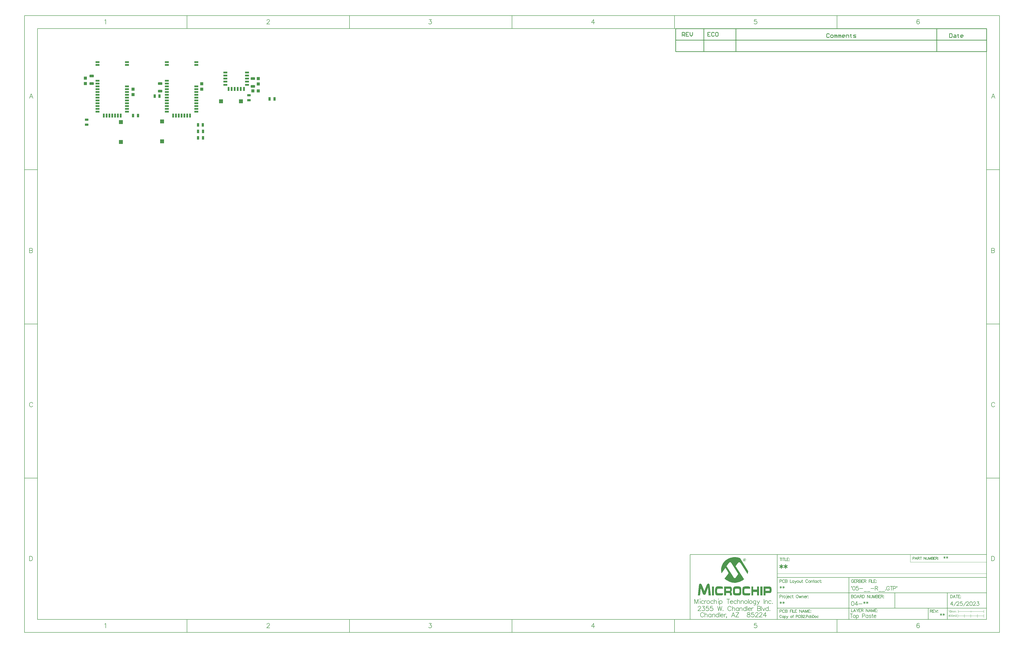
<source format=gtp>
G04*
G04 #@! TF.GenerationSoftware,Altium Limited,Altium Designer,22.10.1 (41)*
G04*
G04 Layer_Color=8421504*
%FSLAX43Y43*%
%MOMM*%
G71*
G04*
G04 #@! TF.SameCoordinates,616D65FC-62BC-469B-91EF-3386A997E351*
G04*
G04*
G04 #@! TF.FilePolarity,Positive*
G04*
G01*
G75*
%ADD10C,0.200*%
%ADD11C,0.100*%
%ADD13C,0.254*%
%ADD14C,0.150*%
%ADD15C,0.178*%
%ADD17C,0.127*%
%ADD18C,0.180*%
%ADD19C,0.350*%
%ADD20R,1.500X0.700*%
%ADD21R,0.700X1.500*%
G04:AMPARAMS|DCode=22|XSize=1.75mm|YSize=1mm|CornerRadius=0.25mm|HoleSize=0mm|Usage=FLASHONLY|Rotation=180.000|XOffset=0mm|YOffset=0mm|HoleType=Round|Shape=RoundedRectangle|*
%AMROUNDEDRECTD22*
21,1,1.750,0.500,0,0,180.0*
21,1,1.250,1.000,0,0,180.0*
1,1,0.500,-0.625,0.250*
1,1,0.500,0.625,0.250*
1,1,0.500,0.625,-0.250*
1,1,0.500,-0.625,-0.250*
%
%ADD22ROUNDEDRECTD22*%
G04:AMPARAMS|DCode=23|XSize=1.4mm|YSize=0.9mm|CornerRadius=0.225mm|HoleSize=0mm|Usage=FLASHONLY|Rotation=0.000|XOffset=0mm|YOffset=0mm|HoleType=Round|Shape=RoundedRectangle|*
%AMROUNDEDRECTD23*
21,1,1.400,0.450,0,0,0.0*
21,1,0.950,0.900,0,0,0.0*
1,1,0.450,0.475,-0.225*
1,1,0.450,-0.475,-0.225*
1,1,0.450,-0.475,0.225*
1,1,0.450,0.475,0.225*
%
%ADD23ROUNDEDRECTD23*%
%ADD24R,1.200X1.200*%
%ADD25R,1.200X1.200*%
G04:AMPARAMS|DCode=26|XSize=1.4mm|YSize=0.9mm|CornerRadius=0.225mm|HoleSize=0mm|Usage=FLASHONLY|Rotation=90.000|XOffset=0mm|YOffset=0mm|HoleType=Round|Shape=RoundedRectangle|*
%AMROUNDEDRECTD26*
21,1,1.400,0.450,0,0,90.0*
21,1,0.950,0.900,0,0,90.0*
1,1,0.450,0.225,0.475*
1,1,0.450,0.225,-0.475*
1,1,0.450,-0.225,-0.475*
1,1,0.450,-0.225,0.475*
%
%ADD26ROUNDEDRECTD26*%
%ADD27R,1.500X1.500*%
%ADD28R,1.500X1.500*%
G36*
X259338Y-154352D02*
X259423Y-154373D01*
X259528Y-154416D01*
X259634Y-154479D01*
X259719Y-154574D01*
X259782Y-154712D01*
X259793Y-154786D01*
X259804Y-154881D01*
X259804Y-154892D01*
X259804Y-154902D01*
X259793Y-154966D01*
X259772Y-155061D01*
X259740Y-155167D01*
X259666Y-155273D01*
X259571Y-155368D01*
X259507Y-155410D01*
X259433Y-155431D01*
X259349Y-155453D01*
X259253Y-155463D01*
X259211Y-155463D01*
X259169Y-155453D01*
X259116Y-155442D01*
X259042Y-155421D01*
X258978Y-155389D01*
X258904Y-155347D01*
X258841Y-155294D01*
X258830Y-155283D01*
X258819Y-155262D01*
X258788Y-155230D01*
X258756Y-155177D01*
X258724Y-155114D01*
X258703Y-155050D01*
X258682Y-154966D01*
X258671Y-154881D01*
X258671Y-154871D01*
X258671Y-154839D01*
X258682Y-154807D01*
X258693Y-154754D01*
X258714Y-154691D01*
X258745Y-154627D01*
X258788Y-154564D01*
X258841Y-154500D01*
X258851Y-154490D01*
X258872Y-154479D01*
X258904Y-154447D01*
X258957Y-154416D01*
X259021Y-154394D01*
X259084Y-154363D01*
X259169Y-154352D01*
X259253Y-154341D01*
X259274Y-154341D01*
X259338Y-154352D01*
X259338Y-154352D02*
G37*
G36*
X255624Y-153855D02*
X255730Y-153855D01*
X255846Y-153865D01*
X255984Y-153876D01*
X256121Y-153897D01*
X256280Y-153918D01*
X256449Y-153950D01*
X256788Y-154024D01*
X257148Y-154130D01*
X257497Y-154267D01*
X260671Y-159304D01*
X260671Y-159315D01*
X260671Y-159347D01*
X260661Y-159399D01*
X260661Y-159463D01*
X260650Y-159548D01*
X260629Y-159632D01*
X260587Y-159844D01*
X260587Y-159855D01*
X260576Y-159897D01*
X260565Y-159950D01*
X260544Y-160034D01*
X260513Y-160130D01*
X260491Y-160235D01*
X260417Y-160468D01*
X257666Y-156172D01*
X257655Y-156162D01*
X257624Y-156119D01*
X257581Y-156066D01*
X257529Y-156003D01*
X257454Y-155939D01*
X257370Y-155886D01*
X257275Y-155844D01*
X257169Y-155833D01*
X257126Y-155833D01*
X257084Y-155855D01*
X257021Y-155876D01*
X256957Y-155908D01*
X256883Y-155971D01*
X256798Y-156045D01*
X256714Y-156151D01*
X255793Y-157410D01*
X259031Y-162510D01*
X259010Y-162521D01*
X258957Y-162574D01*
X258872Y-162637D01*
X258756Y-162722D01*
X258608Y-162828D01*
X258428Y-162944D01*
X258216Y-163071D01*
X257984Y-163198D01*
X257719Y-163325D01*
X257433Y-163452D01*
X257126Y-163569D01*
X256798Y-163674D01*
X256449Y-163759D01*
X256079Y-163823D01*
X255687Y-163876D01*
X255285Y-163886D01*
X255190Y-163886D01*
X255137Y-163876D01*
X255074Y-163876D01*
X254915Y-163865D01*
X254724Y-163833D01*
X254502Y-163801D01*
X254248Y-163749D01*
X253984Y-163674D01*
X253687Y-163590D01*
X253381Y-163484D01*
X253063Y-163346D01*
X252746Y-163188D01*
X252418Y-162997D01*
X252090Y-162775D01*
X251772Y-162521D01*
X251465Y-162235D01*
X252841Y-160341D01*
X252851Y-160331D01*
X252862Y-160310D01*
X252873Y-160278D01*
X252883Y-160235D01*
X252894Y-160183D01*
X252915Y-160119D01*
X252926Y-160034D01*
X252926Y-160024D01*
X252926Y-160003D01*
X252915Y-159971D01*
X252904Y-159929D01*
X252894Y-159876D01*
X252862Y-159812D01*
X252830Y-159738D01*
X252777Y-159653D01*
X251762Y-158066D01*
X250248Y-160161D01*
X250248Y-160151D01*
X250238Y-160130D01*
X250227Y-160098D01*
X250217Y-160045D01*
X250206Y-159992D01*
X250195Y-159918D01*
X250164Y-159749D01*
X250121Y-159548D01*
X250100Y-159315D01*
X250079Y-159061D01*
X250068Y-158786D01*
X250068Y-158775D01*
X250068Y-158765D01*
X250068Y-158701D01*
X250079Y-158595D01*
X250090Y-158458D01*
X250111Y-158288D01*
X250143Y-158087D01*
X250195Y-157865D01*
X250248Y-157622D01*
X250322Y-157368D01*
X250418Y-157093D01*
X250545Y-156818D01*
X250682Y-156521D01*
X250852Y-156236D01*
X251042Y-155950D01*
X251264Y-155664D01*
X251518Y-155389D01*
X251539Y-155368D01*
X251592Y-155326D01*
X251677Y-155241D01*
X251793Y-155146D01*
X251952Y-155029D01*
X252132Y-154902D01*
X252344Y-154765D01*
X252587Y-154617D01*
X252862Y-154468D01*
X253158Y-154331D01*
X253476Y-154204D01*
X253825Y-154088D01*
X254195Y-153982D01*
X254587Y-153908D01*
X255000Y-153865D01*
X255433Y-153844D01*
X255550Y-153844D01*
X255624Y-153855D01*
X255624Y-153855D02*
G37*
G36*
X260893Y-165315D02*
X260978Y-165315D01*
X261052Y-165325D01*
X261105Y-165336D01*
X261116Y-165336D01*
X261147Y-165346D01*
X261190Y-165368D01*
X261243Y-165399D01*
X261296Y-165442D01*
X261348Y-165505D01*
X261391Y-165579D01*
X261423Y-165674D01*
X261423Y-165685D01*
X261423Y-165706D01*
X261433Y-165748D01*
X261433Y-165812D01*
X261433Y-165886D01*
X261444Y-165981D01*
X261444Y-166098D01*
X261444Y-166225D01*
X259560Y-166182D01*
X259539Y-166182D01*
X259497Y-166193D01*
X259423Y-166214D01*
X259349Y-166267D01*
X259264Y-166341D01*
X259232Y-166405D01*
X259190Y-166468D01*
X259169Y-166542D01*
X259148Y-166637D01*
X259126Y-166743D01*
X259126Y-166870D01*
X259126Y-167262D01*
X259126Y-167272D01*
X259126Y-167293D01*
X259126Y-167325D01*
X259137Y-167367D01*
X259148Y-167484D01*
X259179Y-167600D01*
X259232Y-167727D01*
X259306Y-167844D01*
X259349Y-167886D01*
X259412Y-167918D01*
X259476Y-167939D01*
X259550Y-167949D01*
X261475Y-167949D01*
X261475Y-167960D01*
X261475Y-167971D01*
X261475Y-168034D01*
X261475Y-168129D01*
X261465Y-168246D01*
X261454Y-168362D01*
X261433Y-168468D01*
X261401Y-168563D01*
X261370Y-168637D01*
X261359Y-168648D01*
X261338Y-168669D01*
X261306Y-168690D01*
X261243Y-168722D01*
X261158Y-168764D01*
X261052Y-168785D01*
X260904Y-168807D01*
X260735Y-168817D01*
X259370Y-168817D01*
X259327Y-168807D01*
X259211Y-168796D01*
X259073Y-168775D01*
X258925Y-168732D01*
X258777Y-168669D01*
X258650Y-168574D01*
X258544Y-168457D01*
X258534Y-168447D01*
X258523Y-168404D01*
X258491Y-168341D01*
X258470Y-168246D01*
X258439Y-168119D01*
X258407Y-167971D01*
X258396Y-167791D01*
X258386Y-167590D01*
X258386Y-166563D01*
X258386Y-166553D01*
X258386Y-166521D01*
X258386Y-166479D01*
X258396Y-166426D01*
X258396Y-166352D01*
X258407Y-166278D01*
X258439Y-166098D01*
X258491Y-165907D01*
X258555Y-165727D01*
X258661Y-165558D01*
X258724Y-165495D01*
X258798Y-165442D01*
X258809Y-165431D01*
X258841Y-165420D01*
X258883Y-165399D01*
X258957Y-165368D01*
X259042Y-165346D01*
X259158Y-165325D01*
X259285Y-165315D01*
X259433Y-165304D01*
X260809Y-165304D01*
X260893Y-165315D01*
X260893Y-165315D02*
G37*
G36*
X264904Y-168796D02*
X264174Y-168796D01*
X264174Y-167484D01*
X262618Y-167484D01*
X262618Y-168796D01*
X261930Y-168796D01*
X261930Y-165336D01*
X262618Y-165336D01*
X262618Y-166563D01*
X264174Y-166563D01*
X264174Y-165336D01*
X264904Y-165336D01*
X264904Y-168796D01*
X264904Y-168796D02*
G37*
G36*
X245211Y-164204D02*
X245275Y-164225D01*
X245349Y-164256D01*
X245434Y-164320D01*
X245508Y-164415D01*
X245540Y-164479D01*
X245561Y-164553D01*
X245592Y-164637D01*
X245603Y-164733D01*
X246069Y-168796D01*
X245201Y-168796D01*
X244958Y-165875D01*
X244947Y-165875D01*
X244048Y-168214D01*
X244037Y-168235D01*
X244016Y-168277D01*
X243984Y-168341D01*
X243931Y-168404D01*
X243857Y-168479D01*
X243772Y-168542D01*
X243667Y-168584D01*
X243540Y-168606D01*
X243518Y-168606D01*
X243476Y-168595D01*
X243413Y-168584D01*
X243328Y-168553D01*
X243233Y-168510D01*
X243148Y-168436D01*
X243063Y-168341D01*
X243000Y-168214D01*
X242111Y-165918D01*
X242100Y-165918D01*
X241847Y-168796D01*
X241000Y-168796D01*
X241444Y-164690D01*
X241444Y-164680D01*
X241444Y-164669D01*
X241466Y-164616D01*
X241487Y-164532D01*
X241529Y-164436D01*
X241582Y-164352D01*
X241667Y-164267D01*
X241772Y-164214D01*
X241836Y-164193D01*
X241931Y-164193D01*
X241984Y-164204D01*
X242058Y-164214D01*
X242153Y-164246D01*
X242259Y-164309D01*
X242365Y-164394D01*
X242460Y-164500D01*
X242503Y-164574D01*
X242534Y-164659D01*
X243518Y-167166D01*
X243540Y-167166D01*
X244524Y-164659D01*
X244524Y-164648D01*
X244534Y-164637D01*
X244555Y-164584D01*
X244608Y-164510D01*
X244672Y-164426D01*
X244756Y-164341D01*
X244862Y-164267D01*
X244989Y-164214D01*
X245063Y-164193D01*
X245169Y-164193D01*
X245211Y-164204D01*
X245211Y-164204D02*
G37*
G36*
X269031Y-165346D02*
X269137Y-165368D01*
X269274Y-165410D01*
X269412Y-165473D01*
X269539Y-165579D01*
X269602Y-165643D01*
X269655Y-165727D01*
X269697Y-165812D01*
X269729Y-165918D01*
X269729Y-165928D01*
X269740Y-165960D01*
X269750Y-166013D01*
X269761Y-166077D01*
X269771Y-166172D01*
X269782Y-166278D01*
X269793Y-166394D01*
X269793Y-166532D01*
X269793Y-166796D01*
X269793Y-166807D01*
X269793Y-166828D01*
X269793Y-166849D01*
X269793Y-166891D01*
X269782Y-167008D01*
X269771Y-167135D01*
X269740Y-167283D01*
X269708Y-167431D01*
X269655Y-167579D01*
X269581Y-167695D01*
X269570Y-167706D01*
X269549Y-167727D01*
X269518Y-167770D01*
X269465Y-167801D01*
X269401Y-167844D01*
X269316Y-167886D01*
X269221Y-167907D01*
X269115Y-167918D01*
X267401Y-167918D01*
X267401Y-168796D01*
X266682Y-168796D01*
X266682Y-165336D01*
X268988Y-165336D01*
X269031Y-165346D01*
X269031Y-165346D02*
G37*
G36*
X266216Y-168796D02*
X265412Y-168796D01*
X265412Y-165336D01*
X266216Y-165336D01*
X266216Y-168796D01*
X266216Y-168796D02*
G37*
G36*
X253677Y-165346D02*
X253719Y-165346D01*
X253836Y-165389D01*
X253888Y-165420D01*
X253963Y-165463D01*
X254026Y-165516D01*
X254079Y-165590D01*
X254142Y-165664D01*
X254195Y-165770D01*
X254238Y-165886D01*
X254269Y-166024D01*
X254291Y-166182D01*
X254301Y-166362D01*
X254301Y-166574D01*
X254301Y-166584D01*
X254301Y-166606D01*
X254301Y-166637D01*
X254291Y-166690D01*
X254280Y-166807D01*
X254248Y-166955D01*
X254206Y-167103D01*
X254132Y-167251D01*
X254037Y-167367D01*
X253984Y-167410D01*
X253910Y-167442D01*
X253910Y-167452D01*
X253931Y-167463D01*
X253973Y-167473D01*
X254037Y-167516D01*
X254111Y-167590D01*
X254174Y-167685D01*
X254238Y-167822D01*
X254269Y-167897D01*
X254280Y-167992D01*
X254301Y-168098D01*
X254301Y-168214D01*
X254301Y-168796D01*
X253571Y-168796D01*
X253571Y-168383D01*
X253571Y-168373D01*
X253571Y-168341D01*
X253571Y-168288D01*
X253571Y-168235D01*
X253560Y-168108D01*
X253550Y-168055D01*
X253539Y-168024D01*
X253539Y-168013D01*
X253529Y-168002D01*
X253486Y-167949D01*
X253402Y-167907D01*
X253349Y-167897D01*
X253285Y-167886D01*
X251994Y-167886D01*
X251994Y-168796D01*
X251264Y-168796D01*
X251264Y-165336D01*
X253645Y-165336D01*
X253677Y-165346D01*
X253677Y-165346D02*
G37*
G36*
X247307Y-168796D02*
X246492Y-168796D01*
X246492Y-165336D01*
X247307Y-165336D01*
X247307Y-168796D01*
X247307Y-168796D02*
G37*
G36*
X257148Y-165315D02*
X257275Y-165346D01*
X257412Y-165378D01*
X257550Y-165431D01*
X257666Y-165505D01*
X257761Y-165611D01*
X257772Y-165622D01*
X257793Y-165664D01*
X257835Y-165738D01*
X257878Y-165844D01*
X257909Y-165971D01*
X257952Y-166129D01*
X257973Y-166320D01*
X257984Y-166542D01*
X257984Y-167579D01*
X257984Y-167590D01*
X257984Y-167621D01*
X257984Y-167664D01*
X257973Y-167727D01*
X257973Y-167812D01*
X257962Y-167897D01*
X257920Y-168087D01*
X257857Y-168288D01*
X257772Y-168479D01*
X257708Y-168563D01*
X257645Y-168637D01*
X257560Y-168701D01*
X257476Y-168754D01*
X257465Y-168754D01*
X257444Y-168764D01*
X257391Y-168775D01*
X257338Y-168785D01*
X257253Y-168796D01*
X257169Y-168807D01*
X257063Y-168817D01*
X255730Y-168817D01*
X255687Y-168807D01*
X255571Y-168796D01*
X255444Y-168775D01*
X255306Y-168732D01*
X255158Y-168680D01*
X255031Y-168595D01*
X254925Y-168489D01*
X254915Y-168479D01*
X254894Y-168436D01*
X254862Y-168362D01*
X254830Y-168267D01*
X254798Y-168140D01*
X254767Y-167981D01*
X254746Y-167801D01*
X254735Y-167579D01*
X254735Y-166542D01*
X254735Y-166532D01*
X254735Y-166500D01*
X254735Y-166447D01*
X254746Y-166383D01*
X254756Y-166299D01*
X254767Y-166203D01*
X254809Y-166002D01*
X254883Y-165801D01*
X254936Y-165696D01*
X254989Y-165600D01*
X255063Y-165516D01*
X255137Y-165442D01*
X255232Y-165389D01*
X255338Y-165346D01*
X255349Y-165346D01*
X255370Y-165336D01*
X255412Y-165336D01*
X255465Y-165325D01*
X255529Y-165315D01*
X255603Y-165315D01*
X255783Y-165304D01*
X257042Y-165304D01*
X257148Y-165315D01*
X257148Y-165315D02*
G37*
G36*
X250079Y-165315D02*
X250248Y-165325D01*
X250407Y-165336D01*
X250471Y-165346D01*
X250534Y-165357D01*
X250576Y-165368D01*
X250608Y-165378D01*
X250619Y-165389D01*
X250640Y-165410D01*
X250672Y-165452D01*
X250703Y-165526D01*
X250735Y-165622D01*
X250756Y-165696D01*
X250767Y-165770D01*
X250777Y-165854D01*
X250788Y-165950D01*
X250799Y-166055D01*
X250799Y-166182D01*
X248904Y-166182D01*
X248862Y-166193D01*
X248820Y-166203D01*
X248714Y-166235D01*
X248661Y-166278D01*
X248619Y-166320D01*
X248619Y-166330D01*
X248598Y-166352D01*
X248587Y-166383D01*
X248566Y-166436D01*
X248545Y-166510D01*
X248524Y-166606D01*
X248513Y-166733D01*
X248502Y-166870D01*
X248502Y-167262D01*
X248502Y-167283D01*
X248502Y-167325D01*
X248502Y-167399D01*
X248513Y-167473D01*
X248513Y-167569D01*
X248524Y-167653D01*
X248534Y-167727D01*
X248555Y-167780D01*
X248555Y-167791D01*
X248576Y-167801D01*
X248598Y-167833D01*
X248640Y-167865D01*
X248682Y-167897D01*
X248746Y-167918D01*
X248820Y-167939D01*
X248915Y-167949D01*
X250852Y-167949D01*
X250852Y-167960D01*
X250852Y-167971D01*
X250852Y-168034D01*
X250852Y-168119D01*
X250841Y-168225D01*
X250830Y-168330D01*
X250809Y-168436D01*
X250777Y-168531D01*
X250746Y-168606D01*
X250735Y-168616D01*
X250714Y-168637D01*
X250672Y-168669D01*
X250619Y-168711D01*
X250523Y-168754D01*
X250418Y-168785D01*
X250270Y-168807D01*
X250100Y-168817D01*
X248703Y-168817D01*
X248598Y-168807D01*
X248481Y-168785D01*
X248344Y-168754D01*
X248206Y-168701D01*
X248079Y-168637D01*
X247973Y-168542D01*
X247963Y-168531D01*
X247942Y-168489D01*
X247899Y-168415D01*
X247857Y-168320D01*
X247815Y-168182D01*
X247772Y-168024D01*
X247751Y-167822D01*
X247741Y-167579D01*
X247741Y-166542D01*
X247741Y-166532D01*
X247741Y-166489D01*
X247741Y-166436D01*
X247751Y-166373D01*
X247762Y-166278D01*
X247783Y-166182D01*
X247836Y-165971D01*
X247920Y-165759D01*
X247973Y-165653D01*
X248047Y-165558D01*
X248132Y-165473D01*
X248227Y-165399D01*
X248333Y-165346D01*
X248460Y-165315D01*
X248513Y-165315D01*
X248555Y-165304D01*
X249910Y-165304D01*
X250079Y-165315D01*
X250079Y-165315D02*
G37*
%LPC*%
G36*
X259338Y-154437D02*
X259232Y-154437D01*
X259179Y-154447D01*
X259095Y-154458D01*
X259010Y-154490D01*
X258915Y-154543D01*
X258830Y-154627D01*
X258777Y-154733D01*
X258767Y-154807D01*
X258756Y-154881D01*
X258756Y-154892D01*
X258756Y-154913D01*
X258767Y-154955D01*
X258777Y-155008D01*
X258819Y-155125D01*
X258851Y-155177D01*
X258894Y-155241D01*
X258904Y-155251D01*
X258925Y-155262D01*
X258957Y-155283D01*
X258999Y-155304D01*
X259105Y-155357D01*
X259179Y-155368D01*
X259253Y-155378D01*
X259274Y-155378D01*
X259327Y-155368D01*
X259401Y-155347D01*
X259486Y-155315D01*
X259571Y-155251D01*
X259645Y-155167D01*
X259698Y-155040D01*
X259719Y-154966D01*
X259719Y-154881D01*
X259719Y-154860D01*
X259708Y-154807D01*
X259698Y-154744D01*
X259666Y-154659D01*
X259603Y-154574D01*
X259518Y-154511D01*
X259412Y-154458D01*
X259338Y-154437D01*
X259338Y-154437D02*
G37*
%LPD*%
G36*
X259327Y-154574D02*
X259370Y-154585D01*
X259412Y-154617D01*
X259454Y-154648D01*
X259476Y-154701D01*
X259486Y-154765D01*
X259486Y-154775D01*
X259486Y-154796D01*
X259465Y-154860D01*
X259444Y-154892D01*
X259423Y-154923D01*
X259380Y-154945D01*
X259327Y-154955D01*
X259507Y-155241D01*
X259401Y-155241D01*
X259222Y-154955D01*
X259116Y-154955D01*
X259116Y-155241D01*
X259010Y-155241D01*
X259010Y-154564D01*
X259285Y-154564D01*
X259327Y-154574D01*
X259327Y-154574D02*
G37*
%LPC*%
G36*
X259285Y-154659D02*
X259116Y-154659D01*
X259116Y-154871D01*
X259296Y-154871D01*
X259338Y-154860D01*
X259370Y-154828D01*
X259380Y-154765D01*
X259380Y-154744D01*
X259370Y-154712D01*
X259338Y-154680D01*
X259285Y-154659D01*
X259285Y-154659D02*
G37*
G36*
X253603Y-155823D02*
X253560Y-155823D01*
X253508Y-155844D01*
X253444Y-155865D01*
X253370Y-155897D01*
X253296Y-155960D01*
X253201Y-156035D01*
X253116Y-156140D01*
X252227Y-157389D01*
X254925Y-161664D01*
X254936Y-161685D01*
X254968Y-161727D01*
X255010Y-161791D01*
X255074Y-161854D01*
X255148Y-161928D01*
X255222Y-161992D01*
X255296Y-162034D01*
X255380Y-162055D01*
X255423Y-162055D01*
X255476Y-162045D01*
X255539Y-162024D01*
X255613Y-161981D01*
X255687Y-161939D01*
X255772Y-161865D01*
X255846Y-161770D01*
X256788Y-160415D01*
X254079Y-156151D01*
X254068Y-156140D01*
X254047Y-156098D01*
X253994Y-156045D01*
X253941Y-155982D01*
X253867Y-155929D01*
X253793Y-155876D01*
X253698Y-155833D01*
X253603Y-155823D01*
X253603Y-155823D02*
G37*
G36*
X268756Y-166172D02*
X267401Y-166172D01*
X267401Y-167050D01*
X268819Y-167050D01*
X268840Y-167039D01*
X268883Y-167029D01*
X268925Y-167008D01*
X268957Y-166965D01*
X268999Y-166902D01*
X269020Y-166807D01*
X269031Y-166690D01*
X269031Y-166563D01*
X269031Y-166542D01*
X269031Y-166500D01*
X269020Y-166436D01*
X268999Y-166362D01*
X268967Y-166299D01*
X268914Y-166235D01*
X268851Y-166193D01*
X268756Y-166172D01*
X268756Y-166172D02*
G37*
G36*
X253254Y-166172D02*
X251994Y-166172D01*
X251994Y-167039D01*
X253338Y-167039D01*
X253370Y-167029D01*
X253423Y-167018D01*
X253476Y-166987D01*
X253518Y-166944D01*
X253571Y-166881D01*
X253603Y-166785D01*
X253613Y-166658D01*
X253613Y-166563D01*
X253613Y-166542D01*
X253613Y-166500D01*
X253592Y-166436D01*
X253571Y-166362D01*
X253529Y-166299D01*
X253465Y-166235D01*
X253370Y-166193D01*
X253254Y-166172D01*
X253254Y-166172D02*
G37*
G36*
X256788Y-166172D02*
X255899Y-166172D01*
X255857Y-166182D01*
X255804Y-166193D01*
X255751Y-166214D01*
X255698Y-166235D01*
X255645Y-166278D01*
X255592Y-166330D01*
X255592Y-166341D01*
X255571Y-166362D01*
X255560Y-166394D01*
X255539Y-166457D01*
X255518Y-166532D01*
X255507Y-166616D01*
X255486Y-166733D01*
X255486Y-166870D01*
X255486Y-167262D01*
X255486Y-167283D01*
X255486Y-167325D01*
X255486Y-167389D01*
X255497Y-167473D01*
X255518Y-167653D01*
X255539Y-167738D01*
X255560Y-167801D01*
X255560Y-167812D01*
X255581Y-167822D01*
X255603Y-167844D01*
X255634Y-167875D01*
X255677Y-167907D01*
X255730Y-167928D01*
X255804Y-167939D01*
X255888Y-167949D01*
X256830Y-167949D01*
X256883Y-167939D01*
X256957Y-167918D01*
X257042Y-167865D01*
X257116Y-167780D01*
X257158Y-167727D01*
X257190Y-167664D01*
X257222Y-167579D01*
X257243Y-167484D01*
X257264Y-167378D01*
X257264Y-167262D01*
X257264Y-166870D01*
X257264Y-166849D01*
X257264Y-166807D01*
X257253Y-166743D01*
X257243Y-166658D01*
X257201Y-166479D01*
X257169Y-166394D01*
X257116Y-166330D01*
X257105Y-166320D01*
X257095Y-166309D01*
X257063Y-166278D01*
X257021Y-166246D01*
X256915Y-166193D01*
X256862Y-166182D01*
X256788Y-166172D01*
X256788Y-166172D02*
G37*
%LPD*%
D10*
X337357Y-153546D02*
X337357Y-154403D01*
X337000Y-153761D02*
X337714Y-154189D01*
X337714Y-153761D02*
X337000Y-154189D01*
X338378Y-153546D02*
X338378Y-154403D01*
X338021Y-153761D02*
X338735Y-154189D01*
X338735Y-153761D02*
X338021Y-154189D01*
D11*
X347700Y-175396D02*
X347700Y-174796D01*
X353820Y-155796D02*
X353820Y-155796D01*
X342700Y-175596D02*
X342700Y-174596D01*
X342540Y-177431D02*
X342540Y-176161D01*
X345080Y-177431D02*
X345080Y-176161D01*
X347620Y-177431D02*
X347620Y-176161D01*
X350160Y-177431D02*
X350160Y-176161D01*
X352700Y-175596D02*
X352700Y-174596D01*
X352700Y-177431D02*
X352700Y-176161D01*
X324000Y-155796D02*
X324000Y-152796D01*
X342540Y-176796D02*
X352700Y-176796D01*
X342700Y-175096D02*
X352700Y-175096D01*
X324000Y-155796D02*
X353820Y-155796D01*
X272000Y-160296D02*
X353820Y-160296D01*
X339233Y-176396D02*
X338900Y-176863D01*
X339400Y-176863D01*
X339233Y-176396D02*
X339233Y-177096D01*
X339723Y-176396D02*
X339623Y-176429D01*
X339557Y-176529D01*
X339523Y-176696D01*
X339523Y-176796D01*
X339557Y-176963D01*
X339623Y-177063D01*
X339723Y-177096D01*
X339790Y-177096D01*
X339890Y-177063D01*
X339956Y-176963D01*
X339990Y-176796D01*
X339990Y-176696D01*
X339956Y-176529D01*
X339890Y-176429D01*
X339790Y-176396D01*
X339723Y-176396D01*
X340346Y-176396D02*
X340246Y-176429D01*
X340180Y-176529D01*
X340146Y-176696D01*
X340146Y-176796D01*
X340180Y-176963D01*
X340246Y-177063D01*
X340346Y-177096D01*
X340413Y-177096D01*
X340513Y-177063D01*
X340580Y-176963D01*
X340613Y-176796D01*
X340613Y-176696D01*
X340580Y-176529D01*
X340513Y-176429D01*
X340413Y-176396D01*
X340346Y-176396D01*
X340770Y-176629D02*
X340770Y-177096D01*
X340770Y-176763D02*
X340870Y-176663D01*
X340936Y-176629D01*
X341036Y-176629D01*
X341103Y-176663D01*
X341136Y-176763D01*
X341136Y-177096D01*
X341136Y-176763D02*
X341236Y-176663D01*
X341303Y-176629D01*
X341403Y-176629D01*
X341469Y-176663D01*
X341503Y-176763D01*
X341503Y-177096D01*
X341789Y-176396D02*
X341823Y-176429D01*
X341856Y-176396D01*
X341823Y-176363D01*
X341789Y-176396D01*
X341823Y-176629D02*
X341823Y-177096D01*
X341979Y-176396D02*
X341979Y-177096D01*
X339000Y-174829D02*
X339067Y-174796D01*
X339167Y-174696D01*
X339167Y-175396D01*
X339713Y-174696D02*
X339613Y-174729D01*
X339547Y-174829D01*
X339513Y-174996D01*
X339513Y-175096D01*
X339547Y-175263D01*
X339613Y-175363D01*
X339713Y-175396D01*
X339780Y-175396D01*
X339880Y-175363D01*
X339946Y-175263D01*
X339980Y-175096D01*
X339980Y-174996D01*
X339946Y-174829D01*
X339880Y-174729D01*
X339780Y-174696D01*
X339713Y-174696D01*
X340136Y-174929D02*
X340136Y-175396D01*
X340136Y-175063D02*
X340236Y-174963D01*
X340303Y-174929D01*
X340403Y-174929D01*
X340470Y-174963D01*
X340503Y-175063D01*
X340503Y-175396D01*
X340503Y-175063D02*
X340603Y-174963D01*
X340670Y-174929D01*
X340770Y-174929D01*
X340836Y-174963D01*
X340870Y-175063D01*
X340870Y-175396D01*
X341090Y-174929D02*
X341090Y-175396D01*
X341090Y-175063D02*
X341190Y-174963D01*
X341256Y-174929D01*
X341356Y-174929D01*
X341423Y-174963D01*
X341456Y-175063D01*
X341456Y-175396D01*
X341456Y-175063D02*
X341556Y-174963D01*
X341623Y-174929D01*
X341723Y-174929D01*
X341789Y-174963D01*
X341823Y-175063D01*
X341823Y-175396D01*
D13*
X353820Y43924D02*
X353820Y52924D01*
X232320Y52924D02*
X353820Y52924D01*
X255820Y43924D02*
X255820Y48424D01*
X232320Y48424D02*
X232320Y52924D01*
X232320Y48424D02*
X353820Y48424D01*
X243320Y48424D02*
X243320Y52924D01*
X255820Y48424D02*
X255820Y52924D01*
X334320Y48424D02*
X334320Y52924D01*
X232320Y43924D02*
X232320Y48424D01*
X232320Y43924D02*
X353820Y43924D01*
X334320Y43924D02*
X334320Y48424D01*
X243320Y43924D02*
X243320Y48424D01*
X234820Y49924D02*
X234820Y51448D01*
X235582Y51448D01*
X235836Y51194D01*
X235836Y50686D01*
X235582Y50432D01*
X234820Y50432D01*
X235328Y50432D02*
X235836Y49924D01*
X237359Y51448D02*
X236344Y51448D01*
X236344Y49924D01*
X237359Y49924D01*
X236344Y50686D02*
X236851Y50686D01*
X237867Y51448D02*
X237867Y50432D01*
X238375Y49924D01*
X238883Y50432D01*
X238883Y51448D01*
X245836Y51448D02*
X244820Y51448D01*
X244820Y49924D01*
X245836Y49924D01*
X244820Y50686D02*
X245328Y50686D01*
X247359Y51194D02*
X247105Y51448D01*
X246597Y51448D01*
X246344Y51194D01*
X246344Y50178D01*
X246597Y49924D01*
X247105Y49924D01*
X247359Y50178D01*
X248629Y51448D02*
X248121Y51448D01*
X247867Y51194D01*
X247867Y50178D01*
X248121Y49924D01*
X248629Y49924D01*
X248883Y50178D01*
X248883Y51194D01*
X248629Y51448D01*
X292336Y50694D02*
X292082Y50948D01*
X291574Y50948D01*
X291320Y50694D01*
X291320Y49678D01*
X291574Y49424D01*
X292082Y49424D01*
X292336Y49678D01*
X293097Y49424D02*
X293605Y49424D01*
X293859Y49678D01*
X293859Y50186D01*
X293605Y50440D01*
X293097Y50440D01*
X292844Y50186D01*
X292844Y49678D01*
X293097Y49424D01*
X294367Y49424D02*
X294367Y50440D01*
X294621Y50440D01*
X294875Y50186D01*
X294875Y49424D01*
X294875Y50186D01*
X295129Y50440D01*
X295383Y50186D01*
X295383Y49424D01*
X295891Y49424D02*
X295891Y50440D01*
X296144Y50440D01*
X296398Y50186D01*
X296398Y49424D01*
X296398Y50186D01*
X296652Y50440D01*
X296906Y50186D01*
X296906Y49424D01*
X298176Y49424D02*
X297668Y49424D01*
X297414Y49678D01*
X297414Y50186D01*
X297668Y50440D01*
X298176Y50440D01*
X298430Y50186D01*
X298430Y49932D01*
X297414Y49932D01*
X298938Y49424D02*
X298938Y50440D01*
X299699Y50440D01*
X299953Y50186D01*
X299953Y49424D01*
X300715Y50694D02*
X300715Y50440D01*
X300461Y50440D01*
X300969Y50440D01*
X300715Y50440D01*
X300715Y49678D01*
X300969Y49424D01*
X301731Y49424D02*
X302492Y49424D01*
X302746Y49678D01*
X302492Y49932D01*
X301985Y49932D01*
X301731Y50186D01*
X301985Y50440D01*
X302746Y50440D01*
X339320Y50948D02*
X339320Y49424D01*
X340082Y49424D01*
X340336Y49678D01*
X340336Y50694D01*
X340082Y50948D01*
X339320Y50948D01*
X341097Y50440D02*
X341605Y50440D01*
X341859Y50186D01*
X341859Y49424D01*
X341097Y49424D01*
X340844Y49678D01*
X341097Y49932D01*
X341859Y49932D01*
X342621Y50694D02*
X342621Y50440D01*
X342367Y50440D01*
X342875Y50440D01*
X342621Y50440D01*
X342621Y49678D01*
X342875Y49424D01*
X344398Y49424D02*
X343891Y49424D01*
X343637Y49678D01*
X343637Y50186D01*
X343891Y50440D01*
X344398Y50440D01*
X344652Y50186D01*
X344652Y49932D01*
X343637Y49932D01*
D14*
X301000Y-176046D02*
X301000Y-177546D01*
X300500Y-176046D02*
X301500Y-176046D01*
X302035Y-176546D02*
X301893Y-176618D01*
X301750Y-176760D01*
X301678Y-176975D01*
X301678Y-177118D01*
X301750Y-177332D01*
X301893Y-177475D01*
X302035Y-177546D01*
X302250Y-177546D01*
X302392Y-177475D01*
X302535Y-177332D01*
X302607Y-177118D01*
X302607Y-176975D01*
X302535Y-176760D01*
X302392Y-176618D01*
X302250Y-176546D01*
X302035Y-176546D01*
X302935Y-176546D02*
X302935Y-178046D01*
X302935Y-176760D02*
X303078Y-176618D01*
X303221Y-176546D01*
X303435Y-176546D01*
X303578Y-176618D01*
X303721Y-176760D01*
X303792Y-176975D01*
X303792Y-177118D01*
X303721Y-177332D01*
X303578Y-177475D01*
X303435Y-177546D01*
X303221Y-177546D01*
X303078Y-177475D01*
X302935Y-177332D01*
X305292Y-176832D02*
X305935Y-176832D01*
X306149Y-176760D01*
X306220Y-176689D01*
X306292Y-176546D01*
X306292Y-176332D01*
X306220Y-176189D01*
X306149Y-176118D01*
X305935Y-176046D01*
X305292Y-176046D01*
X305292Y-177546D01*
X307484Y-176546D02*
X307484Y-177546D01*
X307484Y-176760D02*
X307341Y-176618D01*
X307199Y-176546D01*
X306984Y-176546D01*
X306841Y-176618D01*
X306699Y-176760D01*
X306627Y-176975D01*
X306627Y-177118D01*
X306699Y-177332D01*
X306841Y-177475D01*
X306984Y-177546D01*
X307199Y-177546D01*
X307341Y-177475D01*
X307484Y-177332D01*
X308670Y-176760D02*
X308598Y-176618D01*
X308384Y-176546D01*
X308170Y-176546D01*
X307956Y-176618D01*
X307884Y-176760D01*
X307956Y-176903D01*
X308098Y-176975D01*
X308455Y-177046D01*
X308598Y-177118D01*
X308670Y-177260D01*
X308670Y-177332D01*
X308598Y-177475D01*
X308384Y-177546D01*
X308170Y-177546D01*
X307956Y-177475D01*
X307884Y-177332D01*
X309198Y-176046D02*
X309198Y-177260D01*
X309270Y-177475D01*
X309412Y-177546D01*
X309555Y-177546D01*
X308984Y-176546D02*
X309484Y-176546D01*
X309769Y-176975D02*
X310626Y-176975D01*
X310626Y-176832D01*
X310555Y-176689D01*
X310484Y-176618D01*
X310341Y-176546D01*
X310126Y-176546D01*
X309984Y-176618D01*
X309841Y-176760D01*
X309769Y-176975D01*
X309769Y-177118D01*
X309841Y-177332D01*
X309984Y-177475D01*
X310126Y-177546D01*
X310341Y-177546D01*
X310484Y-177475D01*
X310626Y-177332D01*
X273000Y-174998D02*
X273493Y-174998D01*
X273657Y-174944D01*
X273712Y-174889D01*
X273767Y-174779D01*
X273767Y-174615D01*
X273712Y-174506D01*
X273657Y-174451D01*
X273493Y-174396D01*
X273000Y-174396D01*
X273000Y-175546D01*
X274845Y-174670D02*
X274790Y-174560D01*
X274681Y-174451D01*
X274571Y-174396D01*
X274352Y-174396D01*
X274243Y-174451D01*
X274133Y-174560D01*
X274079Y-174670D01*
X274024Y-174834D01*
X274024Y-175108D01*
X274079Y-175272D01*
X274133Y-175382D01*
X274243Y-175491D01*
X274352Y-175546D01*
X274571Y-175546D01*
X274681Y-175491D01*
X274790Y-175382D01*
X274845Y-175272D01*
X275168Y-174396D02*
X275168Y-175546D01*
X275168Y-174396D02*
X275661Y-174396D01*
X275825Y-174451D01*
X275880Y-174506D01*
X275935Y-174615D01*
X275935Y-174725D01*
X275880Y-174834D01*
X275825Y-174889D01*
X275661Y-174944D01*
X275168Y-174944D02*
X275661Y-174944D01*
X275825Y-174998D01*
X275880Y-175053D01*
X275935Y-175163D01*
X275935Y-175327D01*
X275880Y-175436D01*
X275825Y-175491D01*
X275661Y-175546D01*
X275168Y-175546D01*
X277095Y-174396D02*
X277095Y-175546D01*
X277095Y-174396D02*
X277807Y-174396D01*
X277095Y-174944D02*
X277533Y-174944D01*
X277938Y-174396D02*
X277938Y-175546D01*
X278179Y-174396D02*
X278179Y-175546D01*
X278836Y-175546D01*
X279674Y-174396D02*
X278962Y-174396D01*
X278962Y-175546D01*
X279674Y-175546D01*
X278962Y-174944D02*
X279400Y-174944D01*
X280769Y-174396D02*
X280769Y-175546D01*
X280769Y-174396D02*
X281536Y-175546D01*
X281536Y-174396D02*
X281536Y-175546D01*
X282729Y-175546D02*
X282291Y-174396D01*
X281853Y-175546D01*
X282017Y-175163D02*
X282565Y-175163D01*
X282997Y-174396D02*
X282997Y-175546D01*
X282997Y-174396D02*
X283435Y-175546D01*
X283873Y-174396D02*
X283435Y-175546D01*
X283873Y-174396D02*
X283873Y-175546D01*
X284914Y-174396D02*
X284202Y-174396D01*
X284202Y-175546D01*
X284914Y-175546D01*
X284202Y-174944D02*
X284640Y-174944D01*
X285160Y-174779D02*
X285105Y-174834D01*
X285160Y-174889D01*
X285215Y-174834D01*
X285160Y-174779D01*
X285160Y-175436D02*
X285105Y-175491D01*
X285160Y-175546D01*
X285215Y-175491D01*
X285160Y-175436D01*
X273714Y-176784D02*
X273667Y-176689D01*
X273571Y-176594D01*
X273476Y-176546D01*
X273286Y-176546D01*
X273190Y-176594D01*
X273095Y-176689D01*
X273048Y-176784D01*
X273000Y-176927D01*
X273000Y-177165D01*
X273048Y-177308D01*
X273095Y-177403D01*
X273190Y-177498D01*
X273286Y-177546D01*
X273476Y-177546D01*
X273571Y-177498D01*
X273667Y-177403D01*
X273714Y-177308D01*
X274233Y-176879D02*
X274138Y-176927D01*
X274043Y-177022D01*
X273995Y-177165D01*
X273995Y-177260D01*
X274043Y-177403D01*
X274138Y-177498D01*
X274233Y-177546D01*
X274376Y-177546D01*
X274471Y-177498D01*
X274566Y-177403D01*
X274614Y-177260D01*
X274614Y-177165D01*
X274566Y-177022D01*
X274471Y-176927D01*
X274376Y-176879D01*
X274233Y-176879D01*
X274833Y-176879D02*
X274833Y-177879D01*
X274833Y-177022D02*
X274928Y-176927D01*
X275023Y-176879D01*
X275166Y-176879D01*
X275261Y-176927D01*
X275357Y-177022D01*
X275404Y-177165D01*
X275404Y-177260D01*
X275357Y-177403D01*
X275261Y-177498D01*
X275166Y-177546D01*
X275023Y-177546D01*
X274928Y-177498D01*
X274833Y-177403D01*
X275666Y-176879D02*
X275952Y-177546D01*
X276237Y-176879D02*
X275952Y-177546D01*
X275857Y-177736D01*
X275761Y-177832D01*
X275666Y-177879D01*
X275618Y-177879D01*
X277428Y-176879D02*
X277332Y-176927D01*
X277237Y-177022D01*
X277190Y-177165D01*
X277190Y-177260D01*
X277237Y-177403D01*
X277332Y-177498D01*
X277428Y-177546D01*
X277570Y-177546D01*
X277666Y-177498D01*
X277761Y-177403D01*
X277809Y-177260D01*
X277809Y-177165D01*
X277761Y-177022D01*
X277666Y-176927D01*
X277570Y-176879D01*
X277428Y-176879D01*
X278408Y-176546D02*
X278313Y-176546D01*
X278218Y-176594D01*
X278170Y-176737D01*
X278170Y-177546D01*
X278027Y-176879D02*
X278361Y-176879D01*
X279337Y-177070D02*
X279765Y-177070D01*
X279908Y-177022D01*
X279956Y-176975D01*
X280003Y-176879D01*
X280003Y-176737D01*
X279956Y-176641D01*
X279908Y-176594D01*
X279765Y-176546D01*
X279337Y-176546D01*
X279337Y-177546D01*
X280941Y-176784D02*
X280894Y-176689D01*
X280798Y-176594D01*
X280703Y-176546D01*
X280513Y-176546D01*
X280417Y-176594D01*
X280322Y-176689D01*
X280275Y-176784D01*
X280227Y-176927D01*
X280227Y-177165D01*
X280275Y-177308D01*
X280322Y-177403D01*
X280417Y-177498D01*
X280513Y-177546D01*
X280703Y-177546D01*
X280798Y-177498D01*
X280894Y-177403D01*
X280941Y-177308D01*
X281222Y-176546D02*
X281222Y-177546D01*
X281222Y-176546D02*
X281651Y-176546D01*
X281793Y-176594D01*
X281841Y-176641D01*
X281889Y-176737D01*
X281889Y-176832D01*
X281841Y-176927D01*
X281793Y-176975D01*
X281651Y-177022D01*
X281222Y-177022D02*
X281651Y-177022D01*
X281793Y-177070D01*
X281841Y-177118D01*
X281889Y-177213D01*
X281889Y-177356D01*
X281841Y-177451D01*
X281793Y-177498D01*
X281651Y-177546D01*
X281222Y-177546D01*
X282160Y-176784D02*
X282160Y-176737D01*
X282208Y-176641D01*
X282255Y-176594D01*
X282350Y-176546D01*
X282541Y-176546D01*
X282636Y-176594D01*
X282684Y-176641D01*
X282731Y-176737D01*
X282731Y-176832D01*
X282684Y-176927D01*
X282588Y-177070D01*
X282112Y-177546D01*
X282779Y-177546D01*
X283050Y-177451D02*
X283003Y-177498D01*
X283050Y-177546D01*
X283098Y-177498D01*
X283050Y-177451D01*
X283317Y-177070D02*
X283745Y-177070D01*
X283888Y-177022D01*
X283936Y-176975D01*
X283983Y-176879D01*
X283983Y-176737D01*
X283936Y-176641D01*
X283888Y-176594D01*
X283745Y-176546D01*
X283317Y-176546D01*
X283317Y-177546D01*
X284778Y-177022D02*
X284683Y-176927D01*
X284588Y-176879D01*
X284445Y-176879D01*
X284350Y-176927D01*
X284255Y-177022D01*
X284207Y-177165D01*
X284207Y-177260D01*
X284255Y-177403D01*
X284350Y-177498D01*
X284445Y-177546D01*
X284588Y-177546D01*
X284683Y-177498D01*
X284778Y-177403D01*
X284993Y-176546D02*
X284993Y-177546D01*
X284993Y-177022D02*
X285088Y-176927D01*
X285183Y-176879D01*
X285326Y-176879D01*
X285421Y-176927D01*
X285516Y-177022D01*
X285564Y-177165D01*
X285564Y-177260D01*
X285516Y-177403D01*
X285421Y-177498D01*
X285326Y-177546D01*
X285183Y-177546D01*
X285088Y-177498D01*
X284993Y-177403D01*
X285778Y-176546D02*
X285778Y-177546D01*
X285778Y-176546D02*
X286111Y-176546D01*
X286254Y-176594D01*
X286350Y-176689D01*
X286397Y-176784D01*
X286445Y-176927D01*
X286445Y-177165D01*
X286397Y-177308D01*
X286350Y-177403D01*
X286254Y-177498D01*
X286111Y-177546D01*
X285778Y-177546D01*
X286907Y-176879D02*
X286811Y-176927D01*
X286716Y-177022D01*
X286668Y-177165D01*
X286668Y-177260D01*
X286716Y-177403D01*
X286811Y-177498D01*
X286907Y-177546D01*
X287049Y-177546D01*
X287145Y-177498D01*
X287240Y-177403D01*
X287287Y-177260D01*
X287287Y-177165D01*
X287240Y-177022D01*
X287145Y-176927D01*
X287049Y-176879D01*
X286907Y-176879D01*
X288078Y-177022D02*
X287983Y-176927D01*
X287887Y-176879D01*
X287744Y-176879D01*
X287649Y-176927D01*
X287554Y-177022D01*
X287506Y-177165D01*
X287506Y-177260D01*
X287554Y-177403D01*
X287649Y-177498D01*
X287744Y-177546D01*
X287887Y-177546D01*
X287983Y-177498D01*
X288078Y-177403D01*
X273000Y-163248D02*
X273493Y-163248D01*
X273657Y-163194D01*
X273712Y-163139D01*
X273767Y-163029D01*
X273767Y-162865D01*
X273712Y-162756D01*
X273657Y-162701D01*
X273493Y-162646D01*
X273000Y-162646D01*
X273000Y-163796D01*
X274845Y-162920D02*
X274790Y-162810D01*
X274681Y-162701D01*
X274571Y-162646D01*
X274352Y-162646D01*
X274243Y-162701D01*
X274133Y-162810D01*
X274079Y-162920D01*
X274024Y-163084D01*
X274024Y-163358D01*
X274079Y-163522D01*
X274133Y-163632D01*
X274243Y-163741D01*
X274352Y-163796D01*
X274571Y-163796D01*
X274681Y-163741D01*
X274790Y-163632D01*
X274845Y-163522D01*
X275168Y-162646D02*
X275168Y-163796D01*
X275168Y-162646D02*
X275661Y-162646D01*
X275825Y-162701D01*
X275880Y-162756D01*
X275935Y-162865D01*
X275935Y-162975D01*
X275880Y-163084D01*
X275825Y-163139D01*
X275661Y-163194D01*
X275168Y-163194D02*
X275661Y-163194D01*
X275825Y-163248D01*
X275880Y-163303D01*
X275935Y-163413D01*
X275935Y-163577D01*
X275880Y-163686D01*
X275825Y-163741D01*
X275661Y-163796D01*
X275168Y-163796D01*
X277095Y-162646D02*
X277095Y-163796D01*
X277752Y-163796D01*
X278535Y-163029D02*
X278535Y-163796D01*
X278535Y-163194D02*
X278426Y-163084D01*
X278316Y-163029D01*
X278152Y-163029D01*
X278042Y-163084D01*
X277933Y-163194D01*
X277878Y-163358D01*
X277878Y-163467D01*
X277933Y-163632D01*
X278042Y-163741D01*
X278152Y-163796D01*
X278316Y-163796D01*
X278426Y-163741D01*
X278535Y-163632D01*
X278897Y-163029D02*
X279225Y-163796D01*
X279554Y-163029D02*
X279225Y-163796D01*
X279116Y-164015D01*
X279006Y-164124D01*
X278897Y-164179D01*
X278842Y-164179D01*
X280019Y-163029D02*
X279909Y-163084D01*
X279800Y-163194D01*
X279745Y-163358D01*
X279745Y-163467D01*
X279800Y-163632D01*
X279909Y-163741D01*
X280019Y-163796D01*
X280183Y-163796D01*
X280293Y-163741D01*
X280402Y-163632D01*
X280457Y-163467D01*
X280457Y-163358D01*
X280402Y-163194D01*
X280293Y-163084D01*
X280183Y-163029D01*
X280019Y-163029D01*
X280709Y-163029D02*
X280709Y-163577D01*
X280764Y-163741D01*
X280873Y-163796D01*
X281037Y-163796D01*
X281147Y-163741D01*
X281311Y-163577D01*
X281311Y-163029D02*
X281311Y-163796D01*
X281776Y-162646D02*
X281776Y-163577D01*
X281831Y-163741D01*
X281941Y-163796D01*
X282050Y-163796D01*
X281612Y-163029D02*
X281995Y-163029D01*
X283939Y-162920D02*
X283884Y-162810D01*
X283775Y-162701D01*
X283665Y-162646D01*
X283446Y-162646D01*
X283337Y-162701D01*
X283227Y-162810D01*
X283173Y-162920D01*
X283118Y-163084D01*
X283118Y-163358D01*
X283173Y-163522D01*
X283227Y-163632D01*
X283337Y-163741D01*
X283446Y-163796D01*
X283665Y-163796D01*
X283775Y-163741D01*
X283884Y-163632D01*
X283939Y-163522D01*
X284536Y-163029D02*
X284426Y-163084D01*
X284317Y-163194D01*
X284262Y-163358D01*
X284262Y-163467D01*
X284317Y-163632D01*
X284426Y-163741D01*
X284536Y-163796D01*
X284700Y-163796D01*
X284810Y-163741D01*
X284919Y-163632D01*
X284974Y-163467D01*
X284974Y-163358D01*
X284919Y-163194D01*
X284810Y-163084D01*
X284700Y-163029D01*
X284536Y-163029D01*
X285226Y-163029D02*
X285226Y-163796D01*
X285226Y-163248D02*
X285390Y-163084D01*
X285499Y-163029D01*
X285664Y-163029D01*
X285773Y-163084D01*
X285828Y-163248D01*
X285828Y-163796D01*
X286293Y-162646D02*
X286293Y-163577D01*
X286348Y-163741D01*
X286458Y-163796D01*
X286567Y-163796D01*
X286129Y-163029D02*
X286512Y-163029D01*
X287388Y-163029D02*
X287388Y-163796D01*
X287388Y-163194D02*
X287279Y-163084D01*
X287169Y-163029D01*
X287005Y-163029D01*
X286896Y-163084D01*
X286786Y-163194D01*
X286731Y-163358D01*
X286731Y-163467D01*
X286786Y-163632D01*
X286896Y-163741D01*
X287005Y-163796D01*
X287169Y-163796D01*
X287279Y-163741D01*
X287388Y-163632D01*
X288352Y-163194D02*
X288242Y-163084D01*
X288133Y-163029D01*
X287969Y-163029D01*
X287859Y-163084D01*
X287750Y-163194D01*
X287695Y-163358D01*
X287695Y-163467D01*
X287750Y-163632D01*
X287859Y-163741D01*
X287969Y-163796D01*
X288133Y-163796D01*
X288242Y-163741D01*
X288352Y-163632D01*
X288763Y-162646D02*
X288763Y-163577D01*
X288817Y-163741D01*
X288927Y-163796D01*
X289036Y-163796D01*
X288598Y-163029D02*
X288982Y-163029D01*
X289255Y-163029D02*
X289201Y-163084D01*
X289255Y-163139D01*
X289310Y-163084D01*
X289255Y-163029D01*
X289255Y-163686D02*
X289201Y-163741D01*
X289255Y-163796D01*
X289310Y-163741D01*
X289255Y-163686D01*
X273000Y-169248D02*
X273493Y-169248D01*
X273657Y-169194D01*
X273712Y-169139D01*
X273767Y-169029D01*
X273767Y-168865D01*
X273712Y-168756D01*
X273657Y-168701D01*
X273493Y-168646D01*
X273000Y-168646D01*
X273000Y-169796D01*
X274024Y-169029D02*
X274024Y-169796D01*
X274024Y-169358D02*
X274079Y-169194D01*
X274188Y-169084D01*
X274298Y-169029D01*
X274462Y-169029D01*
X274840Y-169029D02*
X274730Y-169084D01*
X274621Y-169194D01*
X274566Y-169358D01*
X274566Y-169467D01*
X274621Y-169632D01*
X274730Y-169741D01*
X274840Y-169796D01*
X275004Y-169796D01*
X275113Y-169741D01*
X275223Y-169632D01*
X275278Y-169467D01*
X275278Y-169358D01*
X275223Y-169194D01*
X275113Y-169084D01*
X275004Y-169029D01*
X274840Y-169029D01*
X275748Y-168646D02*
X275803Y-168701D01*
X275858Y-168646D01*
X275803Y-168591D01*
X275748Y-168646D01*
X275803Y-169029D02*
X275803Y-169960D01*
X275748Y-170124D01*
X275639Y-170179D01*
X275529Y-170179D01*
X276071Y-169358D02*
X276728Y-169358D01*
X276728Y-169248D01*
X276674Y-169139D01*
X276619Y-169084D01*
X276509Y-169029D01*
X276345Y-169029D01*
X276236Y-169084D01*
X276126Y-169194D01*
X276071Y-169358D01*
X276071Y-169467D01*
X276126Y-169632D01*
X276236Y-169741D01*
X276345Y-169796D01*
X276509Y-169796D01*
X276619Y-169741D01*
X276728Y-169632D01*
X277632Y-169194D02*
X277522Y-169084D01*
X277413Y-169029D01*
X277249Y-169029D01*
X277139Y-169084D01*
X277030Y-169194D01*
X276975Y-169358D01*
X276975Y-169467D01*
X277030Y-169632D01*
X277139Y-169741D01*
X277249Y-169796D01*
X277413Y-169796D01*
X277522Y-169741D01*
X277632Y-169632D01*
X278042Y-168646D02*
X278042Y-169577D01*
X278097Y-169741D01*
X278207Y-169796D01*
X278316Y-169796D01*
X277878Y-169029D02*
X278262Y-169029D01*
X279712Y-168646D02*
X279603Y-168701D01*
X279493Y-168810D01*
X279439Y-168920D01*
X279384Y-169084D01*
X279384Y-169358D01*
X279439Y-169522D01*
X279493Y-169632D01*
X279603Y-169741D01*
X279712Y-169796D01*
X279931Y-169796D01*
X280041Y-169741D01*
X280150Y-169632D01*
X280205Y-169522D01*
X280260Y-169358D01*
X280260Y-169084D01*
X280205Y-168920D01*
X280150Y-168810D01*
X280041Y-168701D01*
X279931Y-168646D01*
X279712Y-168646D01*
X280528Y-169029D02*
X280747Y-169796D01*
X280966Y-169029D02*
X280747Y-169796D01*
X280966Y-169029D02*
X281185Y-169796D01*
X281404Y-169029D02*
X281185Y-169796D01*
X281672Y-169029D02*
X281672Y-169796D01*
X281672Y-169248D02*
X281837Y-169084D01*
X281946Y-169029D01*
X282110Y-169029D01*
X282220Y-169084D01*
X282275Y-169248D01*
X282275Y-169796D01*
X282576Y-169358D02*
X283233Y-169358D01*
X283233Y-169248D01*
X283178Y-169139D01*
X283123Y-169084D01*
X283014Y-169029D01*
X282850Y-169029D01*
X282740Y-169084D01*
X282631Y-169194D01*
X282576Y-169358D01*
X282576Y-169467D01*
X282631Y-169632D01*
X282740Y-169741D01*
X282850Y-169796D01*
X283014Y-169796D01*
X283123Y-169741D01*
X283233Y-169632D01*
X283479Y-169029D02*
X283479Y-169796D01*
X283479Y-169358D02*
X283534Y-169194D01*
X283643Y-169084D01*
X283753Y-169029D01*
X283917Y-169029D01*
X284076Y-169029D02*
X284021Y-169084D01*
X284076Y-169139D01*
X284131Y-169084D01*
X284076Y-169029D01*
X284076Y-169686D02*
X284021Y-169741D01*
X284076Y-169796D01*
X284131Y-169741D01*
X284076Y-169686D01*
X301000Y-168646D02*
X301000Y-169796D01*
X301000Y-168646D02*
X301493Y-168646D01*
X301657Y-168701D01*
X301712Y-168756D01*
X301767Y-168865D01*
X301767Y-168975D01*
X301712Y-169084D01*
X301657Y-169139D01*
X301493Y-169194D01*
X301000Y-169194D02*
X301493Y-169194D01*
X301657Y-169248D01*
X301712Y-169303D01*
X301767Y-169413D01*
X301767Y-169577D01*
X301712Y-169686D01*
X301657Y-169741D01*
X301493Y-169796D01*
X301000Y-169796D01*
X302352Y-168646D02*
X302243Y-168701D01*
X302133Y-168810D01*
X302079Y-168920D01*
X302024Y-169084D01*
X302024Y-169358D01*
X302079Y-169522D01*
X302133Y-169632D01*
X302243Y-169741D01*
X302352Y-169796D01*
X302571Y-169796D01*
X302681Y-169741D01*
X302790Y-169632D01*
X302845Y-169522D01*
X302900Y-169358D01*
X302900Y-169084D01*
X302845Y-168920D01*
X302790Y-168810D01*
X302681Y-168701D01*
X302571Y-168646D01*
X302352Y-168646D01*
X304044Y-169796D02*
X303606Y-168646D01*
X303168Y-169796D01*
X303332Y-169413D02*
X303880Y-169413D01*
X304312Y-168646D02*
X304312Y-169796D01*
X304312Y-168646D02*
X304805Y-168646D01*
X304969Y-168701D01*
X305024Y-168756D01*
X305079Y-168865D01*
X305079Y-168975D01*
X305024Y-169084D01*
X304969Y-169139D01*
X304805Y-169194D01*
X304312Y-169194D01*
X304696Y-169194D02*
X305079Y-169796D01*
X305336Y-168646D02*
X305336Y-169796D01*
X305336Y-168646D02*
X305719Y-168646D01*
X305884Y-168701D01*
X305993Y-168810D01*
X306048Y-168920D01*
X306103Y-169084D01*
X306103Y-169358D01*
X306048Y-169522D01*
X305993Y-169632D01*
X305884Y-169741D01*
X305719Y-169796D01*
X305336Y-169796D01*
X307263Y-168646D02*
X307263Y-169796D01*
X307263Y-168646D02*
X308030Y-169796D01*
X308030Y-168646D02*
X308030Y-169796D01*
X308347Y-168646D02*
X308347Y-169467D01*
X308402Y-169632D01*
X308512Y-169741D01*
X308676Y-169796D01*
X308785Y-169796D01*
X308950Y-169741D01*
X309059Y-169632D01*
X309114Y-169467D01*
X309114Y-168646D01*
X309432Y-168646D02*
X309432Y-169796D01*
X309432Y-168646D02*
X309870Y-169796D01*
X310308Y-168646D02*
X309870Y-169796D01*
X310308Y-168646D02*
X310308Y-169796D01*
X310636Y-168646D02*
X310636Y-169796D01*
X310636Y-168646D02*
X311129Y-168646D01*
X311293Y-168701D01*
X311348Y-168756D01*
X311403Y-168865D01*
X311403Y-168975D01*
X311348Y-169084D01*
X311293Y-169139D01*
X311129Y-169194D01*
X310636Y-169194D02*
X311129Y-169194D01*
X311293Y-169248D01*
X311348Y-169303D01*
X311403Y-169413D01*
X311403Y-169577D01*
X311348Y-169686D01*
X311293Y-169741D01*
X311129Y-169796D01*
X310636Y-169796D01*
X312372Y-168646D02*
X311660Y-168646D01*
X311660Y-169796D01*
X312372Y-169796D01*
X311660Y-169194D02*
X312098Y-169194D01*
X312563Y-168646D02*
X312563Y-169796D01*
X312563Y-168646D02*
X313056Y-168646D01*
X313220Y-168701D01*
X313275Y-168756D01*
X313330Y-168865D01*
X313330Y-168975D01*
X313275Y-169084D01*
X313220Y-169139D01*
X313056Y-169194D01*
X312563Y-169194D01*
X312947Y-169194D02*
X313330Y-169796D01*
X313642Y-169029D02*
X313587Y-169084D01*
X313642Y-169139D01*
X313697Y-169084D01*
X313642Y-169029D01*
X313642Y-169686D02*
X313587Y-169741D01*
X313642Y-169796D01*
X313697Y-169741D01*
X313642Y-169686D01*
X301821Y-162920D02*
X301767Y-162810D01*
X301657Y-162701D01*
X301547Y-162646D01*
X301328Y-162646D01*
X301219Y-162701D01*
X301109Y-162810D01*
X301055Y-162920D01*
X301000Y-163084D01*
X301000Y-163358D01*
X301055Y-163522D01*
X301109Y-163632D01*
X301219Y-163741D01*
X301328Y-163796D01*
X301547Y-163796D01*
X301657Y-163741D01*
X301767Y-163632D01*
X301821Y-163522D01*
X301821Y-163358D01*
X301547Y-163358D02*
X301821Y-163358D01*
X302796Y-162646D02*
X302084Y-162646D01*
X302084Y-163796D01*
X302796Y-163796D01*
X302084Y-163194D02*
X302522Y-163194D01*
X302987Y-162646D02*
X302987Y-163796D01*
X302987Y-162646D02*
X303480Y-162646D01*
X303644Y-162701D01*
X303699Y-162756D01*
X303754Y-162865D01*
X303754Y-162975D01*
X303699Y-163084D01*
X303644Y-163139D01*
X303480Y-163194D01*
X302987Y-163194D01*
X303371Y-163194D02*
X303754Y-163796D01*
X304011Y-162646D02*
X304011Y-163796D01*
X304011Y-162646D02*
X304504Y-162646D01*
X304668Y-162701D01*
X304723Y-162756D01*
X304778Y-162865D01*
X304778Y-162975D01*
X304723Y-163084D01*
X304668Y-163139D01*
X304504Y-163194D01*
X304011Y-163194D02*
X304504Y-163194D01*
X304668Y-163248D01*
X304723Y-163303D01*
X304778Y-163413D01*
X304778Y-163577D01*
X304723Y-163686D01*
X304668Y-163741D01*
X304504Y-163796D01*
X304011Y-163796D01*
X305747Y-162646D02*
X305035Y-162646D01*
X305035Y-163796D01*
X305747Y-163796D01*
X305035Y-163194D02*
X305473Y-163194D01*
X305938Y-162646D02*
X305938Y-163796D01*
X305938Y-162646D02*
X306431Y-162646D01*
X306595Y-162701D01*
X306650Y-162756D01*
X306705Y-162865D01*
X306705Y-162975D01*
X306650Y-163084D01*
X306595Y-163139D01*
X306431Y-163194D01*
X305938Y-163194D01*
X306322Y-163194D02*
X306705Y-163796D01*
X307866Y-162646D02*
X307866Y-163796D01*
X307866Y-162646D02*
X308577Y-162646D01*
X307866Y-163194D02*
X308304Y-163194D01*
X308709Y-162646D02*
X308709Y-163796D01*
X308950Y-162646D02*
X308950Y-163796D01*
X309607Y-163796D01*
X310444Y-162646D02*
X309733Y-162646D01*
X309733Y-163796D01*
X310444Y-163796D01*
X309733Y-163194D02*
X310171Y-163194D01*
X310691Y-163029D02*
X310636Y-163084D01*
X310691Y-163139D01*
X310746Y-163084D01*
X310691Y-163029D01*
X310691Y-163686D02*
X310636Y-163741D01*
X310691Y-163796D01*
X310746Y-163741D01*
X310691Y-163686D01*
X340414Y-171296D02*
X339700Y-172296D01*
X340771Y-172296D01*
X340414Y-171296D02*
X340414Y-172796D01*
X341035Y-173010D02*
X342035Y-171296D01*
X342207Y-171653D02*
X342207Y-171582D01*
X342278Y-171439D01*
X342349Y-171368D01*
X342492Y-171296D01*
X342778Y-171296D01*
X342921Y-171368D01*
X342992Y-171439D01*
X343064Y-171582D01*
X343064Y-171725D01*
X342992Y-171868D01*
X342849Y-172082D01*
X342135Y-172796D01*
X343135Y-172796D01*
X344328Y-171296D02*
X343613Y-171296D01*
X343542Y-171939D01*
X343613Y-171868D01*
X343828Y-171796D01*
X344042Y-171796D01*
X344256Y-171868D01*
X344399Y-172010D01*
X344470Y-172225D01*
X344470Y-172368D01*
X344399Y-172582D01*
X344256Y-172725D01*
X344042Y-172796D01*
X343828Y-172796D01*
X343613Y-172725D01*
X343542Y-172653D01*
X343471Y-172510D01*
X344806Y-173010D02*
X345806Y-171296D01*
X345977Y-171653D02*
X345977Y-171582D01*
X346049Y-171439D01*
X346120Y-171368D01*
X346263Y-171296D01*
X346549Y-171296D01*
X346691Y-171368D01*
X346763Y-171439D01*
X346834Y-171582D01*
X346834Y-171725D01*
X346763Y-171868D01*
X346620Y-172082D01*
X345906Y-172796D01*
X346906Y-172796D01*
X347670Y-171296D02*
X347455Y-171368D01*
X347313Y-171582D01*
X347241Y-171939D01*
X347241Y-172153D01*
X347313Y-172510D01*
X347455Y-172725D01*
X347670Y-172796D01*
X347813Y-172796D01*
X348027Y-172725D01*
X348170Y-172510D01*
X348241Y-172153D01*
X348241Y-171939D01*
X348170Y-171582D01*
X348027Y-171368D01*
X347813Y-171296D01*
X347670Y-171296D01*
X348648Y-171653D02*
X348648Y-171582D01*
X348719Y-171439D01*
X348791Y-171368D01*
X348934Y-171296D01*
X349219Y-171296D01*
X349362Y-171368D01*
X349434Y-171439D01*
X349505Y-171582D01*
X349505Y-171725D01*
X349434Y-171868D01*
X349291Y-172082D01*
X348577Y-172796D01*
X349576Y-172796D01*
X350055Y-171296D02*
X350840Y-171296D01*
X350412Y-171868D01*
X350626Y-171868D01*
X350769Y-171939D01*
X350840Y-172010D01*
X350912Y-172225D01*
X350912Y-172368D01*
X350840Y-172582D01*
X350698Y-172725D01*
X350483Y-172796D01*
X350269Y-172796D01*
X350055Y-172725D01*
X349984Y-172653D01*
X349912Y-172510D01*
X325000Y-154320D02*
X325428Y-154320D01*
X325571Y-154272D01*
X325619Y-154225D01*
X325667Y-154129D01*
X325667Y-153987D01*
X325619Y-153891D01*
X325571Y-153844D01*
X325428Y-153796D01*
X325000Y-153796D01*
X325000Y-154796D01*
X326652Y-154796D02*
X326271Y-153796D01*
X325890Y-154796D01*
X326033Y-154463D02*
X326509Y-154463D01*
X326885Y-153796D02*
X326885Y-154796D01*
X326885Y-153796D02*
X327314Y-153796D01*
X327457Y-153844D01*
X327504Y-153891D01*
X327552Y-153987D01*
X327552Y-154082D01*
X327504Y-154177D01*
X327457Y-154225D01*
X327314Y-154272D01*
X326885Y-154272D01*
X327219Y-154272D02*
X327552Y-154796D01*
X328109Y-153796D02*
X328109Y-154796D01*
X327776Y-153796D02*
X328442Y-153796D01*
X329347Y-153796D02*
X329347Y-154796D01*
X329347Y-153796D02*
X330013Y-154796D01*
X330013Y-153796D02*
X330013Y-154796D01*
X330289Y-153796D02*
X330289Y-154510D01*
X330337Y-154653D01*
X330432Y-154748D01*
X330575Y-154796D01*
X330670Y-154796D01*
X330813Y-154748D01*
X330908Y-154653D01*
X330956Y-154510D01*
X330956Y-153796D01*
X331232Y-153796D02*
X331232Y-154796D01*
X331232Y-153796D02*
X331613Y-154796D01*
X331994Y-153796D02*
X331613Y-154796D01*
X331994Y-153796D02*
X331994Y-154796D01*
X332279Y-153796D02*
X332279Y-154796D01*
X332279Y-153796D02*
X332708Y-153796D01*
X332851Y-153844D01*
X332898Y-153891D01*
X332946Y-153987D01*
X332946Y-154082D01*
X332898Y-154177D01*
X332851Y-154225D01*
X332708Y-154272D01*
X332279Y-154272D02*
X332708Y-154272D01*
X332851Y-154320D01*
X332898Y-154367D01*
X332946Y-154463D01*
X332946Y-154606D01*
X332898Y-154701D01*
X332851Y-154748D01*
X332708Y-154796D01*
X332279Y-154796D01*
X333789Y-153796D02*
X333170Y-153796D01*
X333170Y-154796D01*
X333789Y-154796D01*
X333170Y-154272D02*
X333551Y-154272D01*
X333955Y-153796D02*
X333955Y-154796D01*
X333955Y-153796D02*
X334384Y-153796D01*
X334527Y-153844D01*
X334574Y-153891D01*
X334622Y-153987D01*
X334622Y-154082D01*
X334574Y-154177D01*
X334527Y-154225D01*
X334384Y-154272D01*
X333955Y-154272D01*
X334289Y-154272D02*
X334622Y-154796D01*
X334893Y-154129D02*
X334846Y-154177D01*
X334893Y-154225D01*
X334941Y-154177D01*
X334893Y-154129D01*
X334893Y-154701D02*
X334846Y-154748D01*
X334893Y-154796D01*
X334941Y-154748D01*
X334893Y-154701D01*
D15*
X336035Y-175869D02*
X336035Y-176726D01*
X335678Y-176083D02*
X336392Y-176511D01*
X336392Y-176083D02*
X335678Y-176511D01*
X337056Y-175869D02*
X337056Y-176726D01*
X336699Y-176083D02*
X337413Y-176511D01*
X337413Y-176083D02*
X336699Y-176511D01*
X273381Y-165196D02*
X273381Y-166110D01*
X273000Y-165425D02*
X273762Y-165882D01*
X273762Y-165425D02*
X273000Y-165882D01*
X274470Y-165196D02*
X274470Y-166110D01*
X274089Y-165425D02*
X274851Y-165882D01*
X274851Y-165425D02*
X274089Y-165882D01*
X243270Y-175942D02*
X243185Y-175772D01*
X243016Y-175603D01*
X242846Y-175518D01*
X242508Y-175518D01*
X242339Y-175603D01*
X242169Y-175772D01*
X242085Y-175942D01*
X242000Y-176196D01*
X242000Y-176619D01*
X242085Y-176873D01*
X242169Y-177042D01*
X242339Y-177211D01*
X242508Y-177296D01*
X242846Y-177296D01*
X243016Y-177211D01*
X243185Y-177042D01*
X243270Y-176873D01*
X243769Y-175518D02*
X243769Y-177296D01*
X243769Y-176449D02*
X244023Y-176196D01*
X244192Y-176111D01*
X244446Y-176111D01*
X244616Y-176196D01*
X244700Y-176449D01*
X244700Y-177296D01*
X246182Y-176111D02*
X246182Y-177296D01*
X246182Y-176365D02*
X246012Y-176196D01*
X245843Y-176111D01*
X245589Y-176111D01*
X245420Y-176196D01*
X245251Y-176365D01*
X245166Y-176619D01*
X245166Y-176788D01*
X245251Y-177042D01*
X245420Y-177211D01*
X245589Y-177296D01*
X245843Y-177296D01*
X246012Y-177211D01*
X246182Y-177042D01*
X246656Y-176111D02*
X246656Y-177296D01*
X246656Y-176449D02*
X246910Y-176196D01*
X247079Y-176111D01*
X247333Y-176111D01*
X247502Y-176196D01*
X247587Y-176449D01*
X247587Y-177296D01*
X249068Y-175518D02*
X249068Y-177296D01*
X249068Y-176365D02*
X248899Y-176196D01*
X248730Y-176111D01*
X248476Y-176111D01*
X248306Y-176196D01*
X248137Y-176365D01*
X248052Y-176619D01*
X248052Y-176788D01*
X248137Y-177042D01*
X248306Y-177211D01*
X248476Y-177296D01*
X248730Y-177296D01*
X248899Y-177211D01*
X249068Y-177042D01*
X249542Y-175518D02*
X249542Y-177296D01*
X249915Y-176619D02*
X250930Y-176619D01*
X250930Y-176449D01*
X250846Y-176280D01*
X250761Y-176196D01*
X250592Y-176111D01*
X250338Y-176111D01*
X250169Y-176196D01*
X249999Y-176365D01*
X249915Y-176619D01*
X249915Y-176788D01*
X249999Y-177042D01*
X250169Y-177211D01*
X250338Y-177296D01*
X250592Y-177296D01*
X250761Y-177211D01*
X250930Y-177042D01*
X251311Y-176111D02*
X251311Y-177296D01*
X251311Y-176619D02*
X251396Y-176365D01*
X251565Y-176196D01*
X251735Y-176111D01*
X251989Y-176111D01*
X252319Y-177211D02*
X252234Y-177296D01*
X252149Y-177211D01*
X252234Y-177127D01*
X252319Y-177211D01*
X252319Y-177381D01*
X252234Y-177550D01*
X252149Y-177635D01*
X255459Y-177296D02*
X254782Y-175518D01*
X254105Y-177296D01*
X254359Y-176703D02*
X255205Y-176703D01*
X257059Y-175518D02*
X255874Y-177296D01*
X255874Y-175518D02*
X257059Y-175518D01*
X255874Y-177296D02*
X257059Y-177296D01*
X260673Y-175518D02*
X260420Y-175603D01*
X260335Y-175772D01*
X260335Y-175942D01*
X260420Y-176111D01*
X260589Y-176196D01*
X260927Y-176280D01*
X261181Y-176365D01*
X261351Y-176534D01*
X261435Y-176703D01*
X261435Y-176957D01*
X261351Y-177127D01*
X261266Y-177211D01*
X261012Y-177296D01*
X260673Y-177296D01*
X260420Y-177211D01*
X260335Y-177127D01*
X260250Y-176957D01*
X260250Y-176703D01*
X260335Y-176534D01*
X260504Y-176365D01*
X260758Y-176280D01*
X261097Y-176196D01*
X261266Y-176111D01*
X261351Y-175942D01*
X261351Y-175772D01*
X261266Y-175603D01*
X261012Y-175518D01*
X260673Y-175518D01*
X262849Y-175518D02*
X262002Y-175518D01*
X261918Y-176280D01*
X262002Y-176196D01*
X262256Y-176111D01*
X262510Y-176111D01*
X262764Y-176196D01*
X262934Y-176365D01*
X263018Y-176619D01*
X263018Y-176788D01*
X262934Y-177042D01*
X262764Y-177211D01*
X262510Y-177296D01*
X262256Y-177296D01*
X262002Y-177211D01*
X261918Y-177127D01*
X261833Y-176957D01*
X263501Y-175942D02*
X263501Y-175857D01*
X263585Y-175688D01*
X263670Y-175603D01*
X263839Y-175518D01*
X264178Y-175518D01*
X264347Y-175603D01*
X264432Y-175688D01*
X264517Y-175857D01*
X264517Y-176026D01*
X264432Y-176196D01*
X264263Y-176449D01*
X263416Y-177296D01*
X264601Y-177296D01*
X265084Y-175942D02*
X265084Y-175857D01*
X265168Y-175688D01*
X265253Y-175603D01*
X265422Y-175518D01*
X265761Y-175518D01*
X265930Y-175603D01*
X266015Y-175688D01*
X266099Y-175857D01*
X266099Y-176026D01*
X266015Y-176196D01*
X265845Y-176449D01*
X264999Y-177296D01*
X266184Y-177296D01*
X267428Y-175518D02*
X266582Y-176703D01*
X267852Y-176703D01*
X267428Y-175518D02*
X267428Y-177296D01*
X241085Y-173442D02*
X241085Y-173357D01*
X241169Y-173188D01*
X241254Y-173103D01*
X241423Y-173018D01*
X241762Y-173018D01*
X241931Y-173103D01*
X242016Y-173188D01*
X242100Y-173357D01*
X242100Y-173526D01*
X242016Y-173696D01*
X241846Y-173949D01*
X241000Y-174796D01*
X242185Y-174796D01*
X242752Y-173018D02*
X243683Y-173018D01*
X243175Y-173696D01*
X243429Y-173696D01*
X243599Y-173780D01*
X243683Y-173865D01*
X243768Y-174119D01*
X243768Y-174288D01*
X243683Y-174542D01*
X243514Y-174711D01*
X243260Y-174796D01*
X243006Y-174796D01*
X242752Y-174711D01*
X242668Y-174627D01*
X242583Y-174457D01*
X245182Y-173018D02*
X244335Y-173018D01*
X244251Y-173780D01*
X244335Y-173696D01*
X244589Y-173611D01*
X244843Y-173611D01*
X245097Y-173696D01*
X245266Y-173865D01*
X245351Y-174119D01*
X245351Y-174288D01*
X245266Y-174542D01*
X245097Y-174711D01*
X244843Y-174796D01*
X244589Y-174796D01*
X244335Y-174711D01*
X244251Y-174627D01*
X244166Y-174457D01*
X246765Y-173018D02*
X245918Y-173018D01*
X245833Y-173780D01*
X245918Y-173696D01*
X246172Y-173611D01*
X246426Y-173611D01*
X246680Y-173696D01*
X246849Y-173865D01*
X246934Y-174119D01*
X246934Y-174288D01*
X246849Y-174542D01*
X246680Y-174711D01*
X246426Y-174796D01*
X246172Y-174796D01*
X245918Y-174711D01*
X245833Y-174627D01*
X245749Y-174457D01*
X248728Y-173018D02*
X249152Y-174796D01*
X249575Y-173018D02*
X249152Y-174796D01*
X249575Y-173018D02*
X249998Y-174796D01*
X250421Y-173018D02*
X249998Y-174796D01*
X250862Y-174627D02*
X250777Y-174711D01*
X250862Y-174796D01*
X250946Y-174711D01*
X250862Y-174627D01*
X254002Y-173442D02*
X253917Y-173272D01*
X253748Y-173103D01*
X253579Y-173018D01*
X253240Y-173018D01*
X253071Y-173103D01*
X252902Y-173272D01*
X252817Y-173442D01*
X252732Y-173696D01*
X252732Y-174119D01*
X252817Y-174373D01*
X252902Y-174542D01*
X253071Y-174711D01*
X253240Y-174796D01*
X253579Y-174796D01*
X253748Y-174711D01*
X253917Y-174542D01*
X254002Y-174373D01*
X254501Y-173018D02*
X254501Y-174796D01*
X254501Y-173949D02*
X254755Y-173696D01*
X254925Y-173611D01*
X255179Y-173611D01*
X255348Y-173696D01*
X255433Y-173949D01*
X255433Y-174796D01*
X256914Y-173611D02*
X256914Y-174796D01*
X256914Y-173865D02*
X256745Y-173696D01*
X256575Y-173611D01*
X256321Y-173611D01*
X256152Y-173696D01*
X255983Y-173865D01*
X255898Y-174119D01*
X255898Y-174288D01*
X255983Y-174542D01*
X256152Y-174711D01*
X256321Y-174796D01*
X256575Y-174796D01*
X256745Y-174711D01*
X256914Y-174542D01*
X257388Y-173611D02*
X257388Y-174796D01*
X257388Y-173949D02*
X257642Y-173696D01*
X257811Y-173611D01*
X258065Y-173611D01*
X258234Y-173696D01*
X258319Y-173949D01*
X258319Y-174796D01*
X259800Y-173018D02*
X259800Y-174796D01*
X259800Y-173865D02*
X259631Y-173696D01*
X259462Y-173611D01*
X259208Y-173611D01*
X259039Y-173696D01*
X258869Y-173865D01*
X258785Y-174119D01*
X258785Y-174288D01*
X258869Y-174542D01*
X259039Y-174711D01*
X259208Y-174796D01*
X259462Y-174796D01*
X259631Y-174711D01*
X259800Y-174542D01*
X260274Y-173018D02*
X260274Y-174796D01*
X260647Y-174119D02*
X261663Y-174119D01*
X261663Y-173949D01*
X261578Y-173780D01*
X261493Y-173696D01*
X261324Y-173611D01*
X261070Y-173611D01*
X260901Y-173696D01*
X260732Y-173865D01*
X260647Y-174119D01*
X260647Y-174288D01*
X260732Y-174542D01*
X260901Y-174711D01*
X261070Y-174796D01*
X261324Y-174796D01*
X261493Y-174711D01*
X261663Y-174542D01*
X262044Y-173611D02*
X262044Y-174796D01*
X262044Y-174119D02*
X262128Y-173865D01*
X262298Y-173696D01*
X262467Y-173611D01*
X262721Y-173611D01*
X264278Y-173018D02*
X264278Y-174796D01*
X264278Y-173018D02*
X265040Y-173018D01*
X265294Y-173103D01*
X265379Y-173188D01*
X265463Y-173357D01*
X265463Y-173526D01*
X265379Y-173696D01*
X265294Y-173780D01*
X265040Y-173865D01*
X264278Y-173865D02*
X265040Y-173865D01*
X265294Y-173949D01*
X265379Y-174034D01*
X265463Y-174203D01*
X265463Y-174457D01*
X265379Y-174627D01*
X265294Y-174711D01*
X265040Y-174796D01*
X264278Y-174796D01*
X265861Y-173018D02*
X265861Y-174796D01*
X266234Y-173611D02*
X266742Y-174796D01*
X267250Y-173611D02*
X266742Y-174796D01*
X268553Y-173018D02*
X268553Y-174796D01*
X268553Y-173865D02*
X268384Y-173696D01*
X268215Y-173611D01*
X267961Y-173611D01*
X267791Y-173696D01*
X267622Y-173865D01*
X267537Y-174119D01*
X267537Y-174288D01*
X267622Y-174542D01*
X267791Y-174711D01*
X267961Y-174796D01*
X268215Y-174796D01*
X268384Y-174711D01*
X268553Y-174542D01*
X269112Y-174627D02*
X269027Y-174711D01*
X269112Y-174796D01*
X269196Y-174711D01*
X269112Y-174627D01*
X239770Y-170278D02*
X239770Y-172056D01*
X239770Y-170278D02*
X240447Y-172056D01*
X241124Y-170278D02*
X240447Y-172056D01*
X241124Y-170278D02*
X241124Y-172056D01*
X241802Y-170278D02*
X241886Y-170363D01*
X241971Y-170278D01*
X241886Y-170194D01*
X241802Y-170278D01*
X241886Y-170871D02*
X241886Y-172056D01*
X243300Y-171125D02*
X243131Y-170956D01*
X242961Y-170871D01*
X242707Y-170871D01*
X242538Y-170956D01*
X242369Y-171125D01*
X242284Y-171379D01*
X242284Y-171548D01*
X242369Y-171802D01*
X242538Y-171971D01*
X242707Y-172056D01*
X242961Y-172056D01*
X243131Y-171971D01*
X243300Y-171802D01*
X243681Y-170871D02*
X243681Y-172056D01*
X243681Y-171379D02*
X243765Y-171125D01*
X243935Y-170956D01*
X244104Y-170871D01*
X244358Y-170871D01*
X244942Y-170871D02*
X244773Y-170956D01*
X244603Y-171125D01*
X244519Y-171379D01*
X244519Y-171548D01*
X244603Y-171802D01*
X244773Y-171971D01*
X244942Y-172056D01*
X245196Y-172056D01*
X245365Y-171971D01*
X245535Y-171802D01*
X245619Y-171548D01*
X245619Y-171379D01*
X245535Y-171125D01*
X245365Y-170956D01*
X245196Y-170871D01*
X244942Y-170871D01*
X247024Y-171125D02*
X246855Y-170956D01*
X246686Y-170871D01*
X246432Y-170871D01*
X246263Y-170956D01*
X246093Y-171125D01*
X246009Y-171379D01*
X246009Y-171548D01*
X246093Y-171802D01*
X246263Y-171971D01*
X246432Y-172056D01*
X246686Y-172056D01*
X246855Y-171971D01*
X247024Y-171802D01*
X247405Y-170278D02*
X247405Y-172056D01*
X247405Y-171210D02*
X247659Y-170956D01*
X247829Y-170871D01*
X248082Y-170871D01*
X248252Y-170956D01*
X248336Y-171210D01*
X248336Y-172056D01*
X248971Y-170278D02*
X249056Y-170363D01*
X249141Y-170278D01*
X249056Y-170194D01*
X248971Y-170278D01*
X249056Y-170871D02*
X249056Y-172056D01*
X249454Y-170871D02*
X249454Y-172649D01*
X249454Y-171125D02*
X249623Y-170956D01*
X249792Y-170871D01*
X250046Y-170871D01*
X250216Y-170956D01*
X250385Y-171125D01*
X250470Y-171379D01*
X250470Y-171548D01*
X250385Y-171802D01*
X250216Y-171971D01*
X250046Y-172056D01*
X249792Y-172056D01*
X249623Y-171971D01*
X249454Y-171802D01*
X252840Y-170278D02*
X252840Y-172056D01*
X252247Y-170278D02*
X253432Y-170278D01*
X253644Y-171379D02*
X254660Y-171379D01*
X254660Y-171210D01*
X254575Y-171040D01*
X254490Y-170956D01*
X254321Y-170871D01*
X254067Y-170871D01*
X253898Y-170956D01*
X253729Y-171125D01*
X253644Y-171379D01*
X253644Y-171548D01*
X253729Y-171802D01*
X253898Y-171971D01*
X254067Y-172056D01*
X254321Y-172056D01*
X254490Y-171971D01*
X254660Y-171802D01*
X256056Y-171125D02*
X255887Y-170956D01*
X255718Y-170871D01*
X255464Y-170871D01*
X255295Y-170956D01*
X255125Y-171125D01*
X255041Y-171379D01*
X255041Y-171548D01*
X255125Y-171802D01*
X255295Y-171971D01*
X255464Y-172056D01*
X255718Y-172056D01*
X255887Y-171971D01*
X256056Y-171802D01*
X256437Y-170278D02*
X256437Y-172056D01*
X256437Y-171210D02*
X256691Y-170956D01*
X256861Y-170871D01*
X257114Y-170871D01*
X257284Y-170956D01*
X257368Y-171210D01*
X257368Y-172056D01*
X257834Y-170871D02*
X257834Y-172056D01*
X257834Y-171210D02*
X258088Y-170956D01*
X258257Y-170871D01*
X258511Y-170871D01*
X258680Y-170956D01*
X258765Y-171210D01*
X258765Y-172056D01*
X259654Y-170871D02*
X259485Y-170956D01*
X259315Y-171125D01*
X259231Y-171379D01*
X259231Y-171548D01*
X259315Y-171802D01*
X259485Y-171971D01*
X259654Y-172056D01*
X259908Y-172056D01*
X260077Y-171971D01*
X260246Y-171802D01*
X260331Y-171548D01*
X260331Y-171379D01*
X260246Y-171125D01*
X260077Y-170956D01*
X259908Y-170871D01*
X259654Y-170871D01*
X260721Y-170278D02*
X260721Y-172056D01*
X261516Y-170871D02*
X261347Y-170956D01*
X261178Y-171125D01*
X261093Y-171379D01*
X261093Y-171548D01*
X261178Y-171802D01*
X261347Y-171971D01*
X261516Y-172056D01*
X261770Y-172056D01*
X261939Y-171971D01*
X262109Y-171802D01*
X262193Y-171548D01*
X262193Y-171379D01*
X262109Y-171125D01*
X261939Y-170956D01*
X261770Y-170871D01*
X261516Y-170871D01*
X263599Y-170871D02*
X263599Y-172225D01*
X263514Y-172479D01*
X263429Y-172564D01*
X263260Y-172649D01*
X263006Y-172649D01*
X262837Y-172564D01*
X263599Y-171125D02*
X263429Y-170956D01*
X263260Y-170871D01*
X263006Y-170871D01*
X262837Y-170956D01*
X262667Y-171125D01*
X262583Y-171379D01*
X262583Y-171548D01*
X262667Y-171802D01*
X262837Y-171971D01*
X263006Y-172056D01*
X263260Y-172056D01*
X263429Y-171971D01*
X263599Y-171802D01*
X264157Y-170871D02*
X264665Y-172056D01*
X265173Y-170871D02*
X264665Y-172056D01*
X264496Y-172395D01*
X264327Y-172564D01*
X264157Y-172649D01*
X264073Y-172649D01*
X266866Y-170278D02*
X266866Y-172056D01*
X267238Y-170871D02*
X267238Y-172056D01*
X267238Y-171210D02*
X267492Y-170956D01*
X267662Y-170871D01*
X267916Y-170871D01*
X268085Y-170956D01*
X268170Y-171210D01*
X268170Y-172056D01*
X269651Y-171125D02*
X269482Y-170956D01*
X269312Y-170871D01*
X269058Y-170871D01*
X268889Y-170956D01*
X268720Y-171125D01*
X268635Y-171379D01*
X268635Y-171548D01*
X268720Y-171802D01*
X268889Y-171971D01*
X269058Y-172056D01*
X269312Y-172056D01*
X269482Y-171971D01*
X269651Y-171802D01*
X270116Y-171887D02*
X270032Y-171971D01*
X270116Y-172056D01*
X270201Y-171971D01*
X270116Y-171887D01*
X301071Y-165439D02*
X301000Y-165368D01*
X301071Y-165296D01*
X301143Y-165368D01*
X301143Y-165511D01*
X301071Y-165653D01*
X301000Y-165725D01*
X301900Y-165296D02*
X301686Y-165368D01*
X301543Y-165582D01*
X301471Y-165939D01*
X301471Y-166153D01*
X301543Y-166510D01*
X301686Y-166725D01*
X301900Y-166796D01*
X302043Y-166796D01*
X302257Y-166725D01*
X302400Y-166510D01*
X302471Y-166153D01*
X302471Y-165939D01*
X302400Y-165582D01*
X302257Y-165368D01*
X302043Y-165296D01*
X301900Y-165296D01*
X303664Y-165296D02*
X302950Y-165296D01*
X302878Y-165939D01*
X302950Y-165868D01*
X303164Y-165796D01*
X303378Y-165796D01*
X303592Y-165868D01*
X303735Y-166010D01*
X303807Y-166225D01*
X303807Y-166368D01*
X303735Y-166582D01*
X303592Y-166725D01*
X303378Y-166796D01*
X303164Y-166796D01*
X302950Y-166725D01*
X302878Y-166653D01*
X302807Y-166510D01*
X304142Y-166153D02*
X305428Y-166153D01*
X305870Y-167296D02*
X307013Y-167296D01*
X307206Y-167296D02*
X308348Y-167296D01*
X308541Y-166153D02*
X309827Y-166153D01*
X310269Y-165296D02*
X310269Y-166796D01*
X310269Y-165296D02*
X310912Y-165296D01*
X311126Y-165368D01*
X311198Y-165439D01*
X311269Y-165582D01*
X311269Y-165725D01*
X311198Y-165868D01*
X311126Y-165939D01*
X310912Y-166010D01*
X310269Y-166010D01*
X310769Y-166010D02*
X311269Y-166796D01*
X311605Y-167296D02*
X312747Y-167296D01*
X312940Y-167296D02*
X314083Y-167296D01*
X314347Y-166653D02*
X314276Y-166725D01*
X314347Y-166796D01*
X314419Y-166725D01*
X314347Y-166653D01*
X315818Y-165653D02*
X315747Y-165511D01*
X315604Y-165368D01*
X315461Y-165296D01*
X315176Y-165296D01*
X315033Y-165368D01*
X314890Y-165511D01*
X314818Y-165653D01*
X314747Y-165868D01*
X314747Y-166225D01*
X314818Y-166439D01*
X314890Y-166582D01*
X315033Y-166725D01*
X315176Y-166796D01*
X315461Y-166796D01*
X315604Y-166725D01*
X315747Y-166582D01*
X315818Y-166439D01*
X315818Y-166225D01*
X315461Y-166225D02*
X315818Y-166225D01*
X316661Y-165296D02*
X316661Y-166796D01*
X316161Y-165296D02*
X317161Y-165296D01*
X317339Y-166082D02*
X317982Y-166082D01*
X318196Y-166010D01*
X318268Y-165939D01*
X318339Y-165796D01*
X318339Y-165582D01*
X318268Y-165439D01*
X318196Y-165368D01*
X317982Y-165296D01*
X317339Y-165296D01*
X317339Y-166796D01*
X318746Y-165439D02*
X318675Y-165368D01*
X318746Y-165296D01*
X318818Y-165368D01*
X318818Y-165511D01*
X318746Y-165653D01*
X318675Y-165725D01*
X327582Y-179994D02*
X327497Y-179825D01*
X327243Y-179740D01*
X327074Y-179740D01*
X326820Y-179825D01*
X326650Y-180079D01*
X326566Y-180502D01*
X326566Y-180925D01*
X326650Y-181264D01*
X326820Y-181433D01*
X327074Y-181518D01*
X327158Y-181518D01*
X327412Y-181433D01*
X327582Y-181264D01*
X327666Y-181010D01*
X327666Y-180925D01*
X327582Y-180671D01*
X327412Y-180502D01*
X327158Y-180418D01*
X327074Y-180418D01*
X326820Y-180502D01*
X326650Y-180671D01*
X326566Y-180925D01*
X263955Y-179740D02*
X263108Y-179740D01*
X263023Y-180502D01*
X263108Y-180418D01*
X263362Y-180333D01*
X263616Y-180333D01*
X263870Y-180418D01*
X264039Y-180587D01*
X264124Y-180841D01*
X264124Y-181010D01*
X264039Y-181264D01*
X263870Y-181433D01*
X263616Y-181518D01*
X263362Y-181518D01*
X263108Y-181433D01*
X263023Y-181349D01*
X262939Y-181179D01*
X200311Y-179740D02*
X199464Y-180925D01*
X200734Y-180925D01*
X200311Y-179740D02*
X200311Y-181518D01*
X135964Y-179740D02*
X136896Y-179740D01*
X136388Y-180418D01*
X136642Y-180418D01*
X136811Y-180502D01*
X136896Y-180587D01*
X136980Y-180841D01*
X136980Y-181010D01*
X136896Y-181264D01*
X136726Y-181433D01*
X136472Y-181518D01*
X136218Y-181518D01*
X135964Y-181433D01*
X135880Y-181349D01*
X135795Y-181179D01*
X72650Y-180164D02*
X72650Y-180079D01*
X72735Y-179910D01*
X72820Y-179825D01*
X72989Y-179740D01*
X73328Y-179740D01*
X73497Y-179825D01*
X73582Y-179910D01*
X73666Y-180079D01*
X73666Y-180248D01*
X73582Y-180418D01*
X73412Y-180671D01*
X72566Y-181518D01*
X73751Y-181518D01*
X9176Y-180079D02*
X9345Y-179994D01*
X9599Y-179740D01*
X9599Y-181518D01*
X-20195Y-153528D02*
X-20195Y-155305D01*
X-20195Y-153528D02*
X-19602Y-153528D01*
X-19349Y-153612D01*
X-19179Y-153782D01*
X-19095Y-153951D01*
X-19010Y-154205D01*
X-19010Y-154628D01*
X-19095Y-154882D01*
X-19179Y-155051D01*
X-19349Y-155221D01*
X-19602Y-155305D01*
X-20195Y-155305D01*
X-18925Y-93753D02*
X-19010Y-93584D01*
X-19179Y-93414D01*
X-19349Y-93330D01*
X-19687Y-93330D01*
X-19856Y-93414D01*
X-20026Y-93584D01*
X-20110Y-93753D01*
X-20195Y-94007D01*
X-20195Y-94430D01*
X-20110Y-94684D01*
X-20026Y-94853D01*
X-19856Y-95023D01*
X-19687Y-95107D01*
X-19349Y-95107D01*
X-19179Y-95023D01*
X-19010Y-94853D01*
X-18925Y-94684D01*
X-20195Y-33005D02*
X-20195Y-34782D01*
X-20195Y-33005D02*
X-19433Y-33005D01*
X-19179Y-33089D01*
X-19095Y-33174D01*
X-19010Y-33343D01*
X-19010Y-33512D01*
X-19095Y-33682D01*
X-19179Y-33766D01*
X-19433Y-33851D01*
X-20195Y-33851D02*
X-19433Y-33851D01*
X-19179Y-33936D01*
X-19095Y-34020D01*
X-19010Y-34190D01*
X-19010Y-34444D01*
X-19095Y-34613D01*
X-19179Y-34698D01*
X-19433Y-34782D01*
X-20195Y-34782D01*
X-18841Y25670D02*
X-19518Y27447D01*
X-20195Y25670D01*
X-19941Y26262D02*
X-19095Y26262D01*
X355725Y-153528D02*
X355725Y-155305D01*
X355725Y-153528D02*
X356318Y-153528D01*
X356572Y-153612D01*
X356741Y-153782D01*
X356825Y-153951D01*
X356910Y-154205D01*
X356910Y-154628D01*
X356825Y-154882D01*
X356741Y-155051D01*
X356572Y-155221D01*
X356318Y-155305D01*
X355725Y-155305D01*
X356995Y-93753D02*
X356910Y-93584D01*
X356741Y-93414D01*
X356572Y-93330D01*
X356233Y-93330D01*
X356064Y-93414D01*
X355894Y-93584D01*
X355810Y-93753D01*
X355725Y-94007D01*
X355725Y-94430D01*
X355810Y-94684D01*
X355894Y-94853D01*
X356064Y-95023D01*
X356233Y-95107D01*
X356572Y-95107D01*
X356741Y-95023D01*
X356910Y-94853D01*
X356995Y-94684D01*
X355725Y-33005D02*
X355725Y-34782D01*
X355725Y-33005D02*
X356487Y-33005D01*
X356741Y-33089D01*
X356825Y-33174D01*
X356910Y-33343D01*
X356910Y-33512D01*
X356825Y-33682D01*
X356741Y-33766D01*
X356487Y-33851D01*
X355725Y-33851D02*
X356487Y-33851D01*
X356741Y-33936D01*
X356825Y-34020D01*
X356910Y-34190D01*
X356910Y-34444D01*
X356825Y-34613D01*
X356741Y-34698D01*
X356487Y-34782D01*
X355725Y-34782D01*
X357079Y25670D02*
X356402Y27447D01*
X355725Y25670D01*
X355979Y26262D02*
X356825Y26262D01*
X327582Y56226D02*
X327497Y56395D01*
X327243Y56480D01*
X327074Y56480D01*
X326820Y56395D01*
X326650Y56141D01*
X326566Y55718D01*
X326566Y55295D01*
X326650Y54956D01*
X326820Y54787D01*
X327074Y54702D01*
X327158Y54702D01*
X327412Y54787D01*
X327582Y54956D01*
X327666Y55210D01*
X327666Y55295D01*
X327582Y55549D01*
X327412Y55718D01*
X327158Y55802D01*
X327074Y55802D01*
X326820Y55718D01*
X326650Y55549D01*
X326566Y55295D01*
X263955Y56480D02*
X263108Y56480D01*
X263023Y55718D01*
X263108Y55802D01*
X263362Y55887D01*
X263616Y55887D01*
X263870Y55802D01*
X264039Y55633D01*
X264124Y55379D01*
X264124Y55210D01*
X264039Y54956D01*
X263870Y54787D01*
X263616Y54702D01*
X263362Y54702D01*
X263108Y54787D01*
X263023Y54871D01*
X262939Y55041D01*
X200311Y56480D02*
X199464Y55295D01*
X200734Y55295D01*
X200311Y56480D02*
X200311Y54702D01*
X135964Y56480D02*
X136896Y56480D01*
X136388Y55802D01*
X136642Y55802D01*
X136811Y55718D01*
X136896Y55633D01*
X136980Y55379D01*
X136980Y55210D01*
X136896Y54956D01*
X136726Y54787D01*
X136472Y54702D01*
X136218Y54702D01*
X135964Y54787D01*
X135880Y54871D01*
X135795Y55041D01*
X72650Y56056D02*
X72650Y56141D01*
X72735Y56310D01*
X72820Y56395D01*
X72989Y56480D01*
X73328Y56480D01*
X73497Y56395D01*
X73582Y56310D01*
X73666Y56141D01*
X73666Y55972D01*
X73582Y55802D01*
X73412Y55549D01*
X72566Y54702D01*
X73751Y54702D01*
X9176Y56141D02*
X9345Y56226D01*
X9599Y56480D01*
X9599Y54702D01*
D17*
X331000Y-178216D02*
X331000Y-173796D01*
X300000Y-178216D02*
X300000Y-161796D01*
X318000Y-173796D02*
X318000Y-167796D01*
X338500Y-178216D02*
X338500Y-167796D01*
X238000Y-178216D02*
X238000Y-152796D01*
X272000Y-178216D02*
X272000Y-152796D01*
X353820Y-178216D02*
X353820Y-152796D01*
X238000Y-178216D02*
X353820Y-178216D01*
X272000Y-173796D02*
X353820Y-173796D01*
X272000Y-167796D02*
X353820Y-167796D01*
X272000Y-161796D02*
X353820Y-161796D01*
X238000Y-152796D02*
X353820Y-152796D01*
X203960Y-178216D02*
X239520Y-178216D01*
X41400Y-183296D02*
X41400Y-178216D01*
X-22100Y-122971D02*
X-17020Y-122971D01*
X-22100Y-62646D02*
X-17020Y-62646D01*
X-22100Y-2321D02*
X-17020Y-2321D01*
X-17020Y-178216D02*
X353820Y-178216D01*
X-17020Y-178216D02*
X-17020Y52924D01*
X-22100Y-183296D02*
X358900Y-183296D01*
X-22100Y-183296D02*
X-22100Y58004D01*
X353820Y-178216D02*
X353820Y-147736D01*
X104900Y-183296D02*
X104900Y-178216D01*
X168400Y-183296D02*
X168400Y-178216D01*
X231900Y-183296D02*
X231900Y-178216D01*
X295400Y-183296D02*
X295400Y-178216D01*
X353820Y-122971D02*
X358900Y-122971D01*
X353820Y-62646D02*
X358900Y-62646D01*
X353820Y-2321D02*
X358900Y-2321D01*
X358900Y-183296D02*
X358900Y58004D01*
X353820Y-178216D02*
X353820Y52924D01*
X41400Y52924D02*
X41400Y58004D01*
X-22100Y58004D02*
X358900Y58004D01*
X-17020Y52924D02*
X353820Y52924D01*
X104900Y52924D02*
X104900Y58004D01*
X168400Y52924D02*
X168400Y58004D01*
X231900Y52924D02*
X231900Y58004D01*
X295400Y52924D02*
X295400Y58004D01*
X301000Y-174153D02*
X301000Y-175296D01*
X301653Y-175296D01*
X302649Y-175296D02*
X302214Y-174153D01*
X301778Y-175296D01*
X301941Y-174915D02*
X302486Y-174915D01*
X302915Y-174153D02*
X303351Y-174697D01*
X303351Y-175296D01*
X303786Y-174153D02*
X303351Y-174697D01*
X304641Y-174153D02*
X303933Y-174153D01*
X303933Y-175296D01*
X304641Y-175296D01*
X303933Y-174697D02*
X304368Y-174697D01*
X304831Y-174153D02*
X304831Y-175296D01*
X304831Y-174153D02*
X305321Y-174153D01*
X305484Y-174208D01*
X305538Y-174262D01*
X305593Y-174371D01*
X305593Y-174480D01*
X305538Y-174589D01*
X305484Y-174643D01*
X305321Y-174697D01*
X304831Y-174697D01*
X305212Y-174697D02*
X305593Y-175296D01*
X306746Y-174153D02*
X306746Y-175296D01*
X306746Y-174153D02*
X307508Y-175296D01*
X307508Y-174153D02*
X307508Y-175296D01*
X308695Y-175296D02*
X308259Y-174153D01*
X307824Y-175296D01*
X307987Y-174915D02*
X308531Y-174915D01*
X308961Y-174153D02*
X308961Y-175296D01*
X308961Y-174153D02*
X309397Y-175296D01*
X309832Y-174153D02*
X309397Y-175296D01*
X309832Y-174153D02*
X309832Y-175296D01*
X310866Y-174153D02*
X310158Y-174153D01*
X310158Y-175296D01*
X310866Y-175296D01*
X310158Y-174697D02*
X310594Y-174697D01*
X311111Y-174534D02*
X311056Y-174589D01*
X311111Y-174643D01*
X311165Y-174589D01*
X311111Y-174534D01*
X311111Y-175187D02*
X311056Y-175242D01*
X311111Y-175296D01*
X311165Y-175242D01*
X311111Y-175187D01*
X331750Y-174403D02*
X331750Y-175546D01*
X331750Y-174403D02*
X332240Y-174403D01*
X332403Y-174458D01*
X332457Y-174512D01*
X332512Y-174621D01*
X332512Y-174730D01*
X332457Y-174839D01*
X332403Y-174893D01*
X332240Y-174947D01*
X331750Y-174947D01*
X332131Y-174947D02*
X332512Y-175546D01*
X333475Y-174403D02*
X332768Y-174403D01*
X332768Y-175546D01*
X333475Y-175546D01*
X332768Y-174947D02*
X333203Y-174947D01*
X333665Y-174403D02*
X334101Y-175546D01*
X334536Y-174403D02*
X334101Y-175546D01*
X334737Y-174784D02*
X334683Y-174839D01*
X334737Y-174893D01*
X334792Y-174839D01*
X334737Y-174784D01*
X334737Y-175437D02*
X334683Y-175492D01*
X334737Y-175546D01*
X334792Y-175492D01*
X334737Y-175437D01*
X339700Y-168653D02*
X339700Y-169796D01*
X339700Y-168653D02*
X340081Y-168653D01*
X340244Y-168708D01*
X340353Y-168816D01*
X340407Y-168925D01*
X340462Y-169089D01*
X340462Y-169361D01*
X340407Y-169524D01*
X340353Y-169633D01*
X340244Y-169742D01*
X340081Y-169796D01*
X339700Y-169796D01*
X341588Y-169796D02*
X341153Y-168653D01*
X340718Y-169796D01*
X340881Y-169415D02*
X341425Y-169415D01*
X342236Y-168653D02*
X342236Y-169796D01*
X341855Y-168653D02*
X342617Y-168653D01*
X343460Y-168653D02*
X342753Y-168653D01*
X342753Y-169796D01*
X343460Y-169796D01*
X342753Y-169197D02*
X343188Y-169197D01*
X343705Y-169034D02*
X343651Y-169089D01*
X343705Y-169143D01*
X343759Y-169089D01*
X343705Y-169034D01*
X343705Y-169687D02*
X343651Y-169742D01*
X343705Y-169796D01*
X343759Y-169742D01*
X343705Y-169687D01*
X273381Y-154153D02*
X273381Y-155296D01*
X273000Y-154153D02*
X273762Y-154153D01*
X273898Y-154153D02*
X273898Y-155296D01*
X274518Y-154153D02*
X274518Y-155296D01*
X274137Y-154153D02*
X274899Y-154153D01*
X275035Y-154153D02*
X275035Y-155296D01*
X275688Y-155296D01*
X276521Y-154153D02*
X275813Y-154153D01*
X275813Y-155296D01*
X276521Y-155296D01*
X275813Y-154697D02*
X276249Y-154697D01*
X276766Y-154534D02*
X276711Y-154589D01*
X276766Y-154643D01*
X276820Y-154589D01*
X276766Y-154534D01*
X276766Y-155187D02*
X276711Y-155242D01*
X276766Y-155296D01*
X276820Y-155242D01*
X276766Y-155187D01*
D18*
X273381Y-171196D02*
X273381Y-172110D01*
X273000Y-171425D02*
X273762Y-171882D01*
X273762Y-171425D02*
X273000Y-171882D01*
X274470Y-171196D02*
X274470Y-172110D01*
X274089Y-171425D02*
X274851Y-171882D01*
X274851Y-171425D02*
X274089Y-171882D01*
X301457Y-171196D02*
X301229Y-171273D01*
X301076Y-171501D01*
X301000Y-171882D01*
X301000Y-172110D01*
X301076Y-172491D01*
X301229Y-172720D01*
X301457Y-172796D01*
X301609Y-172796D01*
X301838Y-172720D01*
X301990Y-172491D01*
X302066Y-172110D01*
X302066Y-171882D01*
X301990Y-171501D01*
X301838Y-171273D01*
X301609Y-171196D01*
X301457Y-171196D01*
X303186Y-171196D02*
X302424Y-172263D01*
X303567Y-172263D01*
X303186Y-171196D02*
X303186Y-172796D01*
X303849Y-172110D02*
X305220Y-172110D01*
X306073Y-171196D02*
X306073Y-172110D01*
X305692Y-171425D02*
X306454Y-171882D01*
X306454Y-171425D02*
X305692Y-171882D01*
X307162Y-171196D02*
X307162Y-172110D01*
X306782Y-171425D02*
X307543Y-171882D01*
X307543Y-171425D02*
X306782Y-171882D01*
D19*
X273595Y-156797D02*
X273595Y-158225D01*
X273000Y-157154D02*
X274190Y-157868D01*
X274190Y-157154D02*
X273000Y-157868D01*
X275297Y-156797D02*
X275297Y-158225D01*
X274702Y-157154D02*
X275892Y-157868D01*
X275892Y-157154D02*
X274702Y-157868D01*
D20*
X64862Y30948D02*
D03*
X64862Y32148D02*
D03*
X64862Y35748D02*
D03*
X64862Y34548D02*
D03*
X56362Y33348D02*
D03*
X64862Y33348D02*
D03*
X56362Y34548D02*
D03*
X56362Y35748D02*
D03*
X56362Y32148D02*
D03*
X56362Y30948D02*
D03*
X33491Y32512D02*
D03*
X44991Y30312D02*
D03*
X33491Y27012D02*
D03*
X33491Y28112D02*
D03*
X33491Y20412D02*
D03*
X33491Y21512D02*
D03*
X33491Y29212D02*
D03*
X33491Y24812D02*
D03*
X33491Y31412D02*
D03*
X44991Y29212D02*
D03*
X33491Y30312D02*
D03*
X33491Y23712D02*
D03*
X33491Y25912D02*
D03*
X44991Y22612D02*
D03*
X44991Y27012D02*
D03*
X44991Y28112D02*
D03*
X33491Y22612D02*
D03*
X44991Y23712D02*
D03*
X44991Y24812D02*
D03*
X44991Y25912D02*
D03*
X44991Y21512D02*
D03*
X44991Y20412D02*
D03*
X44991Y38712D02*
D03*
X44991Y39812D02*
D03*
X33499Y38712D02*
D03*
X33499Y39812D02*
D03*
X6383Y32512D02*
D03*
X17883Y30312D02*
D03*
X6383Y27012D02*
D03*
X6383Y28112D02*
D03*
X6383Y20412D02*
D03*
X6383Y21512D02*
D03*
X6383Y29212D02*
D03*
X6383Y24812D02*
D03*
X6383Y31412D02*
D03*
X17883Y29212D02*
D03*
X6383Y30312D02*
D03*
X6383Y23712D02*
D03*
X6383Y25912D02*
D03*
X17883Y22612D02*
D03*
X17883Y27012D02*
D03*
X17883Y28112D02*
D03*
X6383Y22612D02*
D03*
X17883Y23712D02*
D03*
X17883Y24812D02*
D03*
X17883Y25912D02*
D03*
X17883Y21512D02*
D03*
X17883Y20412D02*
D03*
X17883Y38712D02*
D03*
X17883Y39812D02*
D03*
X6391Y38712D02*
D03*
X6391Y39812D02*
D03*
D21*
X60012Y29298D02*
D03*
X61212Y29298D02*
D03*
X62412Y29298D02*
D03*
X58812Y29298D02*
D03*
X63612Y29298D02*
D03*
X57612Y29298D02*
D03*
X42541Y18862D02*
D03*
X41441Y18862D02*
D03*
X37041Y18862D02*
D03*
X40341Y18862D02*
D03*
X39241Y18862D02*
D03*
X38141Y18862D02*
D03*
X35941Y18862D02*
D03*
X15433Y18862D02*
D03*
X14333Y18862D02*
D03*
X9933Y18862D02*
D03*
X13233Y18862D02*
D03*
X12133Y18862D02*
D03*
X11033Y18862D02*
D03*
X8833Y18862D02*
D03*
D22*
X30894Y28412D02*
D03*
X30894Y31412D02*
D03*
X4097Y31412D02*
D03*
X4097Y34412D02*
D03*
X67089Y33348D02*
D03*
X67089Y30348D02*
D03*
D23*
X2192Y15367D02*
D03*
X2192Y17267D02*
D03*
X65565Y26832D02*
D03*
X65565Y24932D02*
D03*
D24*
X1692Y31412D02*
D03*
X1692Y33512D02*
D03*
X20333Y27112D02*
D03*
X20333Y29212D02*
D03*
X69248Y33348D02*
D03*
X69248Y31248D02*
D03*
X47103Y31312D02*
D03*
X47103Y29212D02*
D03*
D25*
X69189Y28575D02*
D03*
X67089Y28575D02*
D03*
D26*
X75561Y25382D02*
D03*
X73661Y25382D02*
D03*
X22233Y18862D02*
D03*
X20333Y18862D02*
D03*
X30640Y26543D02*
D03*
X28740Y26543D02*
D03*
X47603Y10187D02*
D03*
X45703Y10187D02*
D03*
X47603Y12727D02*
D03*
X45703Y12727D02*
D03*
X47553Y15267D02*
D03*
X45653Y15267D02*
D03*
D27*
X15543Y8546D02*
D03*
X15543Y16346D02*
D03*
X31640Y8827D02*
D03*
X31640Y16627D02*
D03*
D28*
X54647Y24482D02*
D03*
X62447Y24482D02*
D03*
M02*

</source>
